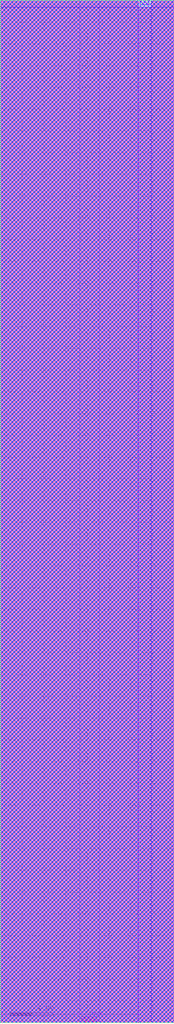
<source format=lef>
VERSION 5.8 ;
BUSBITCHARS "[]" ;
DIVIDERCHAR "/" ;

UNITS
  DATABASE MICRONS 2000 ;
END UNITS

PROPERTYDEFINITIONS
    LAYER LEF58_CORNERSPACING STRING ;
END PROPERTYDEFINITIONS

CLEARANCEMEASURE EUCLIDEAN ;
MANUFACTURINGGRID 0.0005 ;
USEMINSPACING OBS ON ;

LAYER Metal1
  TYPE ROUTING ;
  DIRECTION VERTICAL ;
  PITCH 0.10 0.10 ;
  WIDTH 0.05 ;
  MINWIDTH 0.05 ;
  AREA 0.0115 ;
  SPACINGTABLE
    PARALLELRUNLENGTH  0.0 0.22 0.47 0.63 1.50
    WIDTH 0.0         0.05 0.05 0.05 0.05 0.05
    WIDTH 0.10        0.05 0.06 0.06 0.06 0.06
    WIDTH 0.28        0.05 0.10 0.10 0.10 0.10
    WIDTH 0.47        0.05 0.10 0.13 0.13 0.13
    WIDTH 0.63        0.05 0.10 0.13 0.15 0.15
    WIDTH 1.50        0.05 0.10 0.13 0.15 0.50 ;
  SPACING 0.06 ENDOFLINE 0.06 WITHIN 0.025 ;
END Metal1

LAYER Via1
  TYPE CUT ;
  SPACING 0.075 ;
  WIDTH 0.05 ;
END Via1

LAYER Metal2
  TYPE ROUTING ;
  DIRECTION HORIZONTAL ;
  PITCH 0.10 0.10 ;
  WIDTH 0.05 ;
  MINWIDTH 0.05 ;
  AREA 0.014 ;
  SPACINGTABLE
    PARALLELRUNLENGTH  0.0 0.22 0.47 0.63 1.5
    WIDTH 0.0         0.05 0.05 0.05 0.05 0.05
    WIDTH 0.09        0.05 0.06 0.06 0.06 0.06
    WIDTH 0.16        0.05 0.10 0.10 0.10 0.10
    WIDTH 0.47        0.05 0.10 0.13 0.13 0.13
    WIDTH 0.63        0.05 0.10 0.13 0.15 0.15
    WIDTH 1.5         0.05 0.10 0.13 0.15 0.50 ;
  SPACING 0.08 ENDOFLINE 0.08 WITHIN 0.025 ;
  SPACING 0.10 ENDOFLINE 0.08 WITHIN 0.025 PARALLELEDGE 0.10 WITHIN 0.025 ;
  PROPERTY LEF58_CORNERSPACING "CORNERSPACING CONVEXCORNER EXCEPTEOL 0.08
    WIDTH 0.00 SPACING 0.10
    WIDTH 0.20 SPACING 0.20
    WIDTH 0.50 SPACING 0.30 ;" ;
END Metal2

LAYER Via2
  TYPE CUT ;
  SPACING 0.075 ;
  WIDTH 0.05 ;
  SPACING 0.155 ADJACENTCUTS 3 WITHIN 0.200 ;
END Via2

LAYER Metal3
  TYPE ROUTING ;
  DIRECTION VERTICAL ;
  PITCH 0.10 0.10 ;
  WIDTH 0.05 ;
  MINWIDTH 0.05 ;
  AREA 0.017 ;
  SPACINGTABLE
    PARALLELRUNLENGTH  0.0 0.22 0.47 0.63 1.5
    WIDTH 0.0         0.05 0.05 0.05 0.05 0.05
    WIDTH 0.09        0.05 0.06 0.06 0.06 0.06
    WIDTH 0.16        0.05 0.10 0.10 0.10 0.10
    WIDTH 0.47        0.05 0.10 0.13 0.13 0.13
    WIDTH 0.63        0.05 0.10 0.13 0.15 0.15
    WIDTH 1.5         0.05 0.10 0.13 0.15 0.50 ;
  SPACING 0.08 ENDOFLINE 0.08 WITHIN 0.025 ;
  SPACING 0.10 ENDOFLINE 0.08 WITHIN 0.025 PARALLELEDGE 0.10 WITHIN 0.025 ;
  PROPERTY LEF58_CORNERSPACING "CORNERSPACING CONVEXCORNER EXCEPTEOL 0.08
    WIDTH 0.00 SPACING 0.10
    WIDTH 0.20 SPACING 0.20
    WIDTH 0.50 SPACING 0.30 ;" ;
END Metal3

LAYER Via3
  TYPE CUT ;
  SPACING 0.075 ;
  WIDTH 0.05 ;
  SPACING 0.155 ADJACENTCUTS 3 WITHIN 0.200 ;
END Via3

LAYER Metal4
  TYPE ROUTING ;
  DIRECTION HORIZONTAL ;
  PITCH 0.10 0.10 ;
  WIDTH 0.05 ;
  MINWIDTH 0.05 ;
  AREA 0.017 ;
  SPACINGTABLE
    PARALLELRUNLENGTH  0.0 0.22 0.47 0.63 1.5
    WIDTH 0.0         0.05 0.05 0.05 0.05 0.05
    WIDTH 0.09        0.05 0.06 0.06 0.06 0.06
    WIDTH 0.16        0.05 0.10 0.10 0.10 0.10
    WIDTH 0.47        0.05 0.10 0.13 0.13 0.13
    WIDTH 0.63        0.05 0.10 0.13 0.15 0.15
    WIDTH 1.5         0.05 0.10 0.13 0.15 0.50 ;
  SPACING 0.08 ENDOFLINE 0.08 WITHIN 0.025 ;
  SPACING 0.10 ENDOFLINE 0.08 WITHIN 0.025 PARALLELEDGE 0.10 WITHIN 0.025 ;
  PROPERTY LEF58_CORNERSPACING "CORNERSPACING CONVEXCORNER EXCEPTEOL 0.08
    WIDTH 0.00 SPACING 0.10
    WIDTH 0.20 SPACING 0.20
    WIDTH 0.50 SPACING 0.30 ;" ;
END Metal4

LAYER Via4
  TYPE CUT ;
  SPACING 0.075 ;
  WIDTH 0.05 ;
  SPACING 0.155 ADJACENTCUTS 3 WITHIN 0.200 ;
END Via4

LAYER Metal5
  TYPE ROUTING ;
  DIRECTION VERTICAL ;
  PITCH 0.10 0.10 ;
  WIDTH 0.05 ;
  MINWIDTH 0.05 ;
  AREA 0.017 ;
  SPACINGTABLE
    PARALLELRUNLENGTH  0.0 0.22 0.47 0.63 1.5
    WIDTH 0.0         0.05 0.05 0.05 0.05 0.05
    WIDTH 0.09        0.05 0.06 0.06 0.06 0.06
    WIDTH 0.16        0.05 0.10 0.10 0.10 0.10
    WIDTH 0.47        0.05 0.10 0.13 0.13 0.13
    WIDTH 0.63        0.05 0.10 0.13 0.15 0.15
    WIDTH 1.5         0.05 0.10 0.13 0.15 0.50 ;
  SPACING 0.08 ENDOFLINE 0.08 WITHIN 0.025 ;
  SPACING 0.10 ENDOFLINE 0.08 WITHIN 0.025 PARALLELEDGE 0.10 WITHIN 0.025 ;
  PROPERTY LEF58_CORNERSPACING "CORNERSPACING CONVEXCORNER EXCEPTEOL 0.08
    WIDTH 0.00 SPACING 0.10
    WIDTH 0.20 SPACING 0.20
    WIDTH 0.50 SPACING 0.30 ;" ;
END Metal5

LAYER Via5
  TYPE CUT ;
  SPACING 0.075 ;
  WIDTH 0.05 ;
  SPACING 0.155 ADJACENTCUTS 3 WITHIN 0.200 ;
END Via5

LAYER Metal6
  TYPE ROUTING ;
  DIRECTION HORIZONTAL ;
  PITCH 0.15 0.15 ;
  WIDTH 0.07 ;
  MINWIDTH 0.07 ;
  AREA 0.025 ;
  SPACINGTABLE
    PARALLELRUNLENGTH  0.0 0.22 0.47 0.63 1.5
    WIDTH 0.0         0.08 0.08 0.08 0.08 0.08
    WIDTH 0.10        0.08 0.12 0.12 0.12 0.12
    WIDTH 0.16        0.08 0.12 0.15 0.15 0.15
    WIDTH 0.47        0.08 0.12 0.15 0.18 0.18
    WIDTH 0.63        0.08 0.12 0.15 0.18 0.25
    WIDTH 1.5         0.08 0.12 0.15 0.18 0.50 ;
  SPACING 0.10 ENDOFLINE 0.10 WITHIN 0.035 ;
  SPACING 0.12 ENDOFLINE 0.10 WITHIN 0.035 PARALLELEDGE 0.12 WITHIN 0.035 ;
  PROPERTY LEF58_CORNERSPACING "CORNERSPACING CONVEXCORNER EXCEPTEOL 0.08
    WIDTH 0.00 SPACING 0.10
    WIDTH 0.20 SPACING 0.20
    WIDTH 0.50 SPACING 0.30 ;" ;
END Metal6

LAYER Via6
  TYPE CUT ;
  SPACING 0.10 ;
  WIDTH 0.07 ;
  SPACING 0.20 ADJACENTCUTS 3 WITHIN 0.25 ;
END Via6

LAYER Metal7
  TYPE ROUTING ;
  DIRECTION VERTICAL ;
  PITCH 0.15 0.15 ;
  WIDTH 0.07 ;
  MINWIDTH 0.07 ;
  AREA 0.025 ;
  SPACINGTABLE
    PARALLELRUNLENGTH  0.0 0.22 0.47 0.63 1.5
    WIDTH 0.0         0.08 0.08 0.08 0.08 0.08
    WIDTH 0.10        0.08 0.12 0.12 0.12 0.12
    WIDTH 0.16        0.08 0.12 0.15 0.15 0.15
    WIDTH 0.47        0.08 0.12 0.15 0.18 0.18
    WIDTH 0.63        0.08 0.12 0.15 0.18 0.25
    WIDTH 1.5         0.08 0.12 0.15 0.18 0.50 ;
  SPACING 0.10 ENDOFLINE 0.10 WITHIN 0.035 ;
  SPACING 0.12 ENDOFLINE 0.10 WITHIN 0.035 PARALLELEDGE 0.12 WITHIN 0.035 ;
  PROPERTY LEF58_CORNERSPACING "CORNERSPACING CONVEXCORNER EXCEPTEOL 0.08
    WIDTH 0.00 SPACING 0.10
    WIDTH 0.20 SPACING 0.20
    WIDTH 0.50 SPACING 0.30 ;" ;
END Metal7

LAYER Via7
  TYPE CUT ;
  SPACING 0.10 ;
  WIDTH 0.07 ;
  SPACING 0.20 ADJACENTCUTS 3 WITHIN 0.25 ;
END Via7

LAYER Metal8
  TYPE ROUTING ;
  DIRECTION HORIZONTAL ;
  PITCH 0.2 0.2 ;
  WIDTH 0.10 ;
  MINWIDTH 0.10 ;
  AREA 0.052 ;
  SPACINGTABLE
    PARALLELRUNLENGTH 0.0 0.22 0.47 0.63 1.5
    WIDTH 0	     0.10 0.10 0.10 0.10 0.10
    WIDTH 0.2	     0.10 0.15 0.15 0.15 0.15
    WIDTH 0.4	     0.10 0.15 0.20 0.20 0.20
    WIDTH 1.5	     0.10 0.15 0.20 0.30 0.50 ;
  SPACING 0.12 ENDOFLINE 0.12 WITHIN 0.035 ;
END Metal8

LAYER Via8
  TYPE CUT ;
  SPACING 0.15 ;
  WIDTH 0.10 ;
END Via8

LAYER Metal9
  TYPE ROUTING ;
  DIRECTION VERTICAL ;
  PITCH 0.2 0.2 ;
  WIDTH 0.10 ;
  MINWIDTH 0.10 ;
  AREA 0.052 ;
  SPACINGTABLE
    PARALLELRUNLENGTH 0.0 0.22 0.47 0.63 1.5
    WIDTH 0	     0.10 0.10 0.10 0.10 0.10
    WIDTH 0.2	     0.10 0.15 0.15 0.15 0.15
    WIDTH 0.4	     0.10 0.15 0.20 0.20 0.20
    WIDTH 1.5	     0.10 0.15 0.20 0.30 0.50 ;
  SPACING 0.12 ENDOFLINE 0.12 WITHIN 0.035 ;
END Metal9

LAYER OVERLAP
  TYPE OVERLAP ;
END OVERLAP

VIA VIA12_1C DEFAULT 
    LAYER Metal1 ;
        RECT -0.025000 -0.055000 0.025000 0.055000 ;
    LAYER Via1 ;
        RECT -0.025000 -0.025000 0.025000 0.025000 ;
    LAYER Metal2 ;
        RECT -0.055000 -0.025000 0.055000 0.025000 ;
END VIA12_1C

VIA VIA12_1C_H DEFAULT 
    LAYER Metal1 ;
        RECT -0.055000 -0.025000 0.055000 0.025000 ;
    LAYER Via1 ;
        RECT -0.025000 -0.025000 0.025000 0.025000 ;
    LAYER Metal2 ;
        RECT -0.055000 -0.025000 0.055000 0.025000 ;
END VIA12_1C_H

VIA VIA12_1C_V DEFAULT 
    LAYER Metal1 ;
        RECT -0.025000 -0.055000 0.025000 0.055000 ;
    LAYER Via1 ;
        RECT -0.025000 -0.025000 0.025000 0.025000 ;
    LAYER Metal2 ;
        RECT -0.025000 -0.055000 0.025000 0.055000 ;
END VIA12_1C_V

VIA VIA12_PG
    LAYER Metal1 ;
        RECT -0.350000 -0.050000 0.350000 0.050000 ;
    LAYER Via1 ;
        RECT -0.325000 -0.025000 -0.275000 0.025000 ;
        RECT -0.175000 -0.025000 -0.125000 0.025000 ;
        RECT -0.025000 -0.025000 0.025000 0.025000 ;
        RECT 0.125000 -0.025000 0.175000 0.025000 ;
        RECT 0.275000 -0.025000 0.325000 0.025000 ;
    LAYER Metal2 ;
        RECT -0.350000 -0.050000 0.350000 0.050000 ;
END VIA12_PG

VIA VIA23_1C DEFAULT 
    LAYER Metal2 ;
        RECT -0.055000 -0.025000 0.055000 0.025000 ;
    LAYER Via2 ;
        RECT -0.025000 -0.025000 0.025000 0.025000 ;
    LAYER Metal3 ;
        RECT -0.025000 -0.055000 0.025000 0.055000 ;
END VIA23_1C

VIA VIA23_1C_H DEFAULT 
    LAYER Metal2 ;
        RECT -0.055000 -0.025000 0.055000 0.025000 ;
    LAYER Via2 ;
        RECT -0.025000 -0.025000 0.025000 0.025000 ;
    LAYER Metal3 ;
        RECT -0.055000 -0.025000 0.055000 0.025000 ;
END VIA23_1C_H

VIA VIA23_1C_V DEFAULT 
    LAYER Metal2 ;
        RECT -0.025000 -0.055000 0.025000 0.055000 ;
    LAYER Via2 ;
        RECT -0.025000 -0.025000 0.025000 0.025000 ;
    LAYER Metal3 ;
        RECT -0.025000 -0.055000 0.025000 0.055000 ;
END VIA23_1C_V

VIA VIA23_1ST_E DEFAULT 
    LAYER Metal2 ;
        RECT -0.055000 -0.025000 0.325000 0.025000 ;
    LAYER Via2 ;
        RECT -0.025000 -0.025000 0.025000 0.025000 ;
    LAYER Metal3 ;
        RECT -0.025000 -0.055000 0.025000 0.055000 ;
END VIA23_1ST_E

VIA VIA23_1ST_W DEFAULT 
    LAYER Metal2 ;
        RECT -0.325000 -0.025000 0.055000 0.025000 ;
    LAYER Via2 ;
        RECT -0.025000 -0.025000 0.025000 0.025000 ;
    LAYER Metal3 ;
        RECT -0.025000 -0.055000 0.025000 0.055000 ;
END VIA23_1ST_W

VIA VIA23_PG
    LAYER Metal2 ;
        RECT -0.350000 -0.050000 0.350000 0.050000 ;
    LAYER Via2 ;
        RECT -0.325000 -0.025000 -0.275000 0.025000 ;
        RECT -0.175000 -0.025000 -0.125000 0.025000 ;
        RECT -0.025000 -0.025000 0.025000 0.025000 ;
        RECT 0.125000 -0.025000 0.175000 0.025000 ;
        RECT 0.275000 -0.025000 0.325000 0.025000 ;
    LAYER Metal3 ;
        RECT -0.350000 -0.050000 0.350000 0.050000 ;
END VIA23_PG

VIA VIA34_1C DEFAULT 
    LAYER Metal3 ;
        RECT -0.025000 -0.055000 0.025000 0.055000 ;
    LAYER Via3 ;
        RECT -0.025000 -0.025000 0.025000 0.025000 ;
    LAYER Metal4 ;
        RECT -0.055000 -0.025000 0.055000 0.025000 ;
END VIA34_1C

VIA VIA34_1C_H DEFAULT 
    LAYER Metal3 ;
        RECT -0.055000 -0.025000 0.055000 0.025000 ;
    LAYER Via3 ;
        RECT -0.025000 -0.025000 0.025000 0.025000 ;
    LAYER Metal4 ;
        RECT -0.055000 -0.025000 0.055000 0.025000 ;
END VIA34_1C_H

VIA VIA34_1C_V DEFAULT 
    LAYER Metal3 ;
        RECT -0.025000 -0.055000 0.025000 0.055000 ;
    LAYER Via3 ;
        RECT -0.025000 -0.025000 0.025000 0.025000 ;
    LAYER Metal4 ;
        RECT -0.025000 -0.055000 0.025000 0.055000 ;
END VIA34_1C_V

VIA VIA34_1ST_N DEFAULT 
    LAYER Metal3 ;
        RECT -0.025000 -0.055000 0.025000 0.325000 ;
    LAYER Via3 ;
        RECT -0.025000 -0.025000 0.025000 0.025000 ;
    LAYER Metal4 ;
        RECT -0.055000 -0.025000 0.055000 0.025000 ;
END VIA34_1ST_N

VIA VIA34_1ST_S DEFAULT 
    LAYER Metal3 ;
        RECT -0.025000 -0.325000 0.025000 0.055000 ;
    LAYER Via3 ;
        RECT -0.025000 -0.025000 0.025000 0.025000 ;
    LAYER Metal4 ;
        RECT -0.055000 -0.025000 0.055000 0.025000 ;
END VIA34_1ST_S

VIA VIA34_PG
    LAYER Metal3 ;
        RECT -0.350000 -0.050000 0.350000 0.050000 ;
    LAYER Via3 ;
        RECT -0.325000 -0.025000 -0.275000 0.025000 ;
        RECT -0.175000 -0.025000 -0.125000 0.025000 ;
        RECT -0.025000 -0.025000 0.025000 0.025000 ;
        RECT 0.125000 -0.025000 0.175000 0.025000 ;
        RECT 0.275000 -0.025000 0.325000 0.025000 ;
    LAYER Metal4 ;
        RECT -0.350000 -0.050000 0.350000 0.050000 ;
END VIA34_PG

VIA VIA45_1C DEFAULT 
    LAYER Metal4 ;
        RECT -0.055000 -0.025000 0.055000 0.025000 ;
    LAYER Via4 ;
        RECT -0.025000 -0.025000 0.025000 0.025000 ;
    LAYER Metal5 ;
        RECT -0.025000 -0.055000 0.025000 0.055000 ;
END VIA45_1C

VIA VIA45_PG
    LAYER Metal4 ;
        RECT -0.200000 -0.050000 0.200000 0.050000 ;
    LAYER Via4 ;
        RECT -0.175000 -0.025000 -0.125000 0.025000 ;
        RECT -0.025000 -0.025000 0.025000 0.025000 ;
        RECT 0.125000 -0.025000 0.175000 0.025000 ;
    LAYER Metal5 ;
        RECT -0.200000 -0.050000 0.200000 0.050000 ;
END VIA45_PG

VIA VIA5_0_VH DEFAULT 
    LAYER Metal5 ;
        RECT -0.035000 -0.065000 0.035000 0.065000 ;
    LAYER Via5 ;
        RECT -0.025000 -0.025000 0.025000 0.025000 ;
    LAYER Metal6 ;
        RECT -0.065000 -0.035000 0.065000 0.035000 ;
END VIA5_0_VH

VIA VIA56_PG
    LAYER Metal5 ;
        RECT -0.150000 -0.150000 0.150000 0.150000 ;
    LAYER Via5 ;
        RECT -0.150000 -0.150000 -0.100000 -0.100000 ;
        RECT -0.150000 0.100000 -0.100000 0.150000 ;
        RECT 0.100000 0.100000 0.150000 0.150000 ;
        RECT 0.100000 -0.150000 0.150000 -0.100000 ;
    LAYER Metal6 ;
        RECT -0.150000 -0.150000 0.150000 0.150000 ;
END VIA56_PG

VIA VIA6_0_HV DEFAULT 
    LAYER Metal6 ;
        RECT -0.065000 -0.035000 0.065000 0.035000 ;
    LAYER Via6 ;
        RECT -0.035000 -0.035000 0.035000 0.035000 ;
    LAYER Metal7 ;
        RECT -0.035000 -0.065000 0.035000 0.065000 ;
END VIA6_0_HV

VIA VIA67_PG
    LAYER Metal6 ;
        RECT -0.170000 -0.170000 0.170000 0.170000 ;
    LAYER Via6 ;
        RECT -0.170000 -0.170000 -0.100000 -0.100000 ;
        RECT -0.170000 0.100000 -0.100000 0.170000 ;
        RECT 0.100000 0.100000 0.170000 0.170000 ;
        RECT 0.100000 -0.170000 0.170000 -0.100000 ;
    LAYER Metal7 ;
        RECT -0.170000 -0.170000 0.170000 0.170000 ;
END VIA67_PG

VIA VIA7_0_VH DEFAULT 
    LAYER Metal7 ;
        RECT -0.050000 -0.260000 0.050000 0.260000 ;
    LAYER Via7 ;
        RECT -0.050000 -0.050000 0.050000 0.050000 ;
    LAYER Metal8 ;
        RECT -0.260000 -0.050000 0.260000 0.050000 ;
END VIA7_0_VH

VIA VIA78_PG
    LAYER Metal7 ;
        RECT -0.170000 -0.170000 0.170000 0.170000 ;
    LAYER Via7 ;
        RECT -0.170000 -0.170000 -0.100000 -0.100000 ;
        RECT -0.170000 0.100000 -0.100000 0.170000 ;
        RECT 0.100000 0.100000 0.170000 0.170000 ;
        RECT 0.100000 -0.170000 0.170000 -0.100000 ;
    LAYER Metal8 ;
        RECT -0.170000 -0.170000 0.170000 0.170000 ;
END VIA78_PG

VIA VIA8_0_HV DEFAULT 
    LAYER Metal8 ;
        RECT -0.260000 -0.050000 0.260000 0.050000 ;
    LAYER Via8 ;
        RECT -0.050000 -0.050000 0.050000 0.050000 ;
    LAYER Metal9 ;
        RECT -0.050000 -0.260000 0.050000 0.260000 ;
END VIA8_0_HV

VIA VIA12_2C_W DEFAULT
    LAYER Metal1 ;
	RECT -0.150000 -0.055000 0.025000 0.055000 ;
    LAYER Via1 ;
	RECT -0.025000 -0.025000 0.025000 0.025000 ;
	RECT -0.150000 -0.025000 -0.100000 0.025000 ;
    LAYER Metal2 ;
	RECT -0.180000 -0.025000 0.055000 0.025000 ;
END VIA12_2C_W

VIA VIA12_2C_CH DEFAULT
    LAYER Metal1 ;
	RECT -0.087500 -0.055000 0.087500 0.055000 ;
    LAYER Via1 ;
	RECT 0.037500 -0.025000 0.087500 0.025000 ;
	RECT -0.087500 -0.025000 -0.037500 0.025000 ;
    LAYER Metal2 ;
	RECT -0.117500 -0.025000 0.117500 0.025000 ;
END VIA12_2C_CH

VIA VIA12_2C_E DEFAULT
    LAYER Metal1 ;
	RECT -0.025000 -0.055000 0.150000 0.055000 ;
    LAYER Via1 ;
	RECT 0.100000 -0.025000 0.150000 0.025000 ;
	RECT -0.025000 -0.025000 0.025000 0.025000 ;
    LAYER Metal2 ;
	RECT -0.055000 -0.025000 0.180000 0.025000 ;
END VIA12_2C_E

VIA VIA12_2C_S DEFAULT
    LAYER Metal1 ;
	RECT -0.025000 -0.180000 0.025000 0.055000 ;
    LAYER Via1 ;
	RECT -0.025000 -0.025000 0.025000 0.025000 ;
	RECT -0.025000 -0.150000 0.025000 -0.100000 ;
    LAYER Metal2 ;
	RECT -0.055000 -0.150000 0.055000 0.025000 ;
END VIA12_2C_S

VIA VIA12_2C_CV DEFAULT
    LAYER Metal1 ;
	RECT -0.025000 -0.117500 0.025000 0.117500 ;
    LAYER Via1 ;
	RECT -0.025000 0.037500 0.025000 0.087500 ;
	RECT -0.025000 -0.087500 0.025000 -0.037500 ;
    LAYER Metal2 ;
	RECT -0.055000 -0.087500 0.055000 0.087500 ;
END VIA12_2C_CV

VIA VIA12_2C_N DEFAULT
    LAYER Metal1 ;
	RECT -0.025000 -0.055000 0.025000 0.180000 ;
    LAYER Via1 ;
	RECT -0.025000 0.100000 0.025000 0.150000 ;
	RECT -0.025000 -0.025000 0.025000 0.025000 ;
    LAYER Metal2 ;
	RECT -0.055000 -0.025000 0.055000 0.150000 ;
END VIA12_2C_N

VIA VIA23_2C_W DEFAULT
    LAYER Metal2 ;
	RECT -0.180000 -0.025000 0.055000 0.025000 ;
    LAYER Via2 ;
	RECT -0.025000 -0.025000 0.025000 0.025000 ;
	RECT -0.150000 -0.025000 -0.100000 0.025000 ;
    LAYER Metal3 ;
	RECT -0.150000 -0.055000 0.025000 0.055000 ;
END VIA23_2C_W

VIA VIA23_2C_CH DEFAULT
    LAYER Metal2 ;
	RECT -0.117500 -0.025000 0.117500 0.025000 ;
    LAYER Via2 ;
	RECT 0.037500 -0.025000 0.087500 0.025000 ;
	RECT -0.087500 -0.025000 -0.037500 0.025000 ;
    LAYER Metal3 ;
	RECT -0.087500 -0.055000 0.087500 0.055000 ;
END VIA23_2C_CH

VIA VIA23_2C_E DEFAULT
    LAYER Metal2 ;
	RECT -0.055000 -0.025000 0.180000 0.025000 ;
    LAYER Via2 ;
	RECT 0.100000 -0.025000 0.150000 0.025000 ;
	RECT -0.025000 -0.025000 0.025000 0.025000 ;
    LAYER Metal3 ;
	RECT -0.025000 -0.055000 0.150000 0.055000 ;
END VIA23_2C_E

VIA VIA23_2C_S DEFAULT
    LAYER Metal2 ;
	RECT -0.055000 -0.150000 0.055000 0.025000 ;
    LAYER Via2 ;
	RECT -0.025000 -0.025000 0.025000 0.025000 ;
	RECT -0.025000 -0.150000 0.025000 -0.100000 ;
    LAYER Metal3 ;
	RECT -0.025000 -0.180000 0.025000 0.055000 ;
END VIA23_2C_S

VIA VIA23_2C_CV DEFAULT
    LAYER Metal2 ;
	RECT -0.055000 -0.087500 0.055000 0.087500 ;
    LAYER Via2 ;
	RECT -0.025000 0.037500 0.025000 0.087500 ;
	RECT -0.025000 -0.087500 0.025000 -0.037500 ;
    LAYER Metal3 ;
	RECT -0.025000 -0.117500 0.025000 0.117500 ;
END VIA23_2C_CV

VIA VIA23_2C_N DEFAULT
    LAYER Metal2 ;
	RECT -0.055000 -0.025000 0.055000 0.150000 ;
    LAYER Via2 ;
	RECT -0.025000 0.100000 0.025000 0.150000 ;
	RECT -0.025000 -0.025000 0.025000 0.025000 ;
    LAYER Metal3 ;
	RECT -0.025000 -0.055000 0.025000 0.180000 ;
END VIA23_2C_N

VIA VIA34_2C_W DEFAULT
    LAYER Metal3 ;
	RECT -0.150000 -0.055000 0.025000 0.055000 ;
    LAYER Via3 ;
	RECT -0.025000 -0.025000 0.025000 0.025000 ;
	RECT -0.150000 -0.025000 -0.100000 0.025000 ;
    LAYER Metal4 ;
	RECT -0.180000 -0.025000 0.055000 0.025000 ;
END VIA34_2C_W

VIA VIA34_2C_CH DEFAULT
    LAYER Metal3 ;
	RECT -0.087500 -0.055000 0.087500 0.055000 ;
    LAYER Via3 ;
	RECT 0.037500 -0.025000 0.087500 0.025000 ;
	RECT -0.087500 -0.025000 -0.037500 0.025000 ;
    LAYER Metal4 ;
	RECT -0.117500 -0.025000 0.117500 0.025000 ;
END VIA34_2C_CH

VIA VIA34_2C_E DEFAULT
    LAYER Metal3 ;
	RECT -0.025000 -0.055000 0.150000 0.055000 ;
    LAYER Via3 ;
	RECT 0.100000 -0.025000 0.150000 0.025000 ;
	RECT -0.025000 -0.025000 0.025000 0.025000 ;
    LAYER Metal4 ;
	RECT -0.055000 -0.025000 0.180000 0.025000 ;
END VIA34_2C_E

VIA VIA34_2C_S DEFAULT
    LAYER Metal3 ;
	RECT -0.025000 -0.180000 0.025000 0.055000 ;
    LAYER Via3 ;
	RECT -0.025000 -0.025000 0.025000 0.025000 ;
	RECT -0.025000 -0.150000 0.025000 -0.100000 ;
    LAYER Metal4 ;
	RECT -0.055000 -0.150000 0.055000 0.025000 ;
END VIA34_2C_S

VIA VIA34_2C_CV DEFAULT
    LAYER Metal3 ;
	RECT -0.025000 -0.117500 0.025000 0.117500 ;
    LAYER Via3 ;
	RECT -0.025000 0.037500 0.025000 0.087500 ;
	RECT -0.025000 -0.087500 0.025000 -0.037500 ;
    LAYER Metal4 ;
	RECT -0.055000 -0.087500 0.055000 0.087500 ;
END VIA34_2C_CV

VIA VIA34_2C_N DEFAULT
    LAYER Metal3 ;
	RECT -0.025000 -0.055000 0.025000 0.180000 ;
    LAYER Via3 ;
	RECT -0.025000 0.100000 0.025000 0.150000 ;
	RECT -0.025000 -0.025000 0.025000 0.025000 ;
    LAYER Metal4 ;
	RECT -0.055000 -0.025000 0.055000 0.150000 ;
END VIA34_2C_N

VIA VIA45_2C_W DEFAULT
    LAYER Metal4 ;
	RECT -0.180000 -0.025000 0.055000 0.025000 ;
    LAYER Via4 ;
	RECT -0.025000 -0.025000 0.025000 0.025000 ;
	RECT -0.150000 -0.025000 -0.100000 0.025000 ;
    LAYER Metal5 ;
	RECT -0.150000 -0.055000 0.025000 0.055000 ;
END VIA45_2C_W

VIA VIA45_2C_CH DEFAULT
    LAYER Metal4 ;
	RECT -0.117500 -0.025000 0.117500 0.025000 ;
    LAYER Via4 ;
	RECT 0.037500 -0.025000 0.087500 0.025000 ;
	RECT -0.087500 -0.025000 -0.037500 0.025000 ;
    LAYER Metal5 ;
	RECT -0.087500 -0.055000 0.087500 0.055000 ;
END VIA45_2C_CH

VIA VIA45_2C_E DEFAULT
    LAYER Metal4 ;
	RECT -0.055000 -0.025000 0.180000 0.025000 ;
    LAYER Via4 ;
	RECT 0.100000 -0.025000 0.150000 0.025000 ;
	RECT -0.025000 -0.025000 0.025000 0.025000 ;
    LAYER Metal5 ;
	RECT -0.025000 -0.055000 0.150000 0.055000 ;
END VIA45_2C_E

VIA VIA45_2C_S DEFAULT
    LAYER Metal4 ;
	RECT -0.055000 -0.150000 0.055000 0.025000 ;
    LAYER Via4 ;
	RECT -0.025000 -0.025000 0.025000 0.025000 ;
	RECT -0.025000 -0.150000 0.025000 -0.100000 ;
    LAYER Metal5 ;
	RECT -0.025000 -0.180000 0.025000 0.055000 ;
END VIA45_2C_S

VIA VIA45_2C_CV DEFAULT
    LAYER Metal4 ;
	RECT -0.055000 -0.087500 0.055000 0.087500 ;
    LAYER Via4 ;
	RECT -0.025000 0.037500 0.025000 0.087500 ;
	RECT -0.025000 -0.087500 0.025000 -0.037500 ;
    LAYER Metal5 ;
	RECT -0.025000 -0.117500 0.025000 0.117500 ;
END VIA45_2C_CV

VIA VIA45_2C_N DEFAULT
    LAYER Metal4 ;
	RECT -0.055000 -0.025000 0.055000 0.150000 ;
    LAYER Via4 ;
	RECT -0.025000 0.100000 0.025000 0.150000 ;
	RECT -0.025000 -0.025000 0.025000 0.025000 ;
    LAYER Metal5 ;
	RECT -0.025000 -0.055000 0.025000 0.180000 ;
END VIA45_2C_N

VIA VIA56_2C_W DEFAULT
    LAYER Metal5 ;
	RECT -0.150000 -0.055000 0.025000 0.055000 ;
    LAYER Via5 ;
	RECT -0.025000 -0.025000 0.025000 0.025000 ;
	RECT -0.150000 -0.025000 -0.100000 0.025000 ;
    LAYER Metal6 ;
	RECT -0.180000 -0.025000 0.055000 0.025000 ;
END VIA56_2C_W

VIA VIA56_2C_CH DEFAULT
    LAYER Metal5 ;
	RECT -0.087500 -0.055000 0.087500 0.055000 ;
    LAYER Via5 ;
	RECT 0.037500 -0.025000 0.087500 0.025000 ;
	RECT -0.087500 -0.025000 -0.037500 0.025000 ;
    LAYER Metal6 ;
	RECT -0.117500 -0.025000 0.117500 0.025000 ;
END VIA56_2C_CH

VIA VIA56_2C_E DEFAULT
    LAYER Metal5 ;
	RECT -0.025000 -0.055000 0.150000 0.055000 ;
    LAYER Via5 ;
	RECT 0.100000 -0.025000 0.150000 0.025000 ;
	RECT -0.025000 -0.025000 0.025000 0.025000 ;
    LAYER Metal6 ;
	RECT -0.055000 -0.025000 0.180000 0.025000 ;
END VIA56_2C_E

VIA VIA56_2C_S DEFAULT
    LAYER Metal5 ;
	RECT -0.025000 -0.180000 0.025000 0.055000 ;
    LAYER Via5 ;
	RECT -0.025000 -0.025000 0.025000 0.025000 ;
	RECT -0.025000 -0.150000 0.025000 -0.100000 ;
    LAYER Metal6 ;
	RECT -0.055000 -0.150000 0.055000 0.025000 ;
END VIA56_2C_S

VIA VIA56_2C_CV DEFAULT
    LAYER Metal5 ;
	RECT -0.025000 -0.117500 0.025000 0.117500 ;
    LAYER Via5 ;
	RECT -0.025000 0.037500 0.025000 0.087500 ;
	RECT -0.025000 -0.087500 0.025000 -0.037500 ;
    LAYER Metal6 ;
	RECT -0.055000 -0.087500 0.055000 0.087500 ;
END VIA56_2C_CV

VIA VIA56_2C_N DEFAULT
    LAYER Metal5 ;
	RECT -0.025000 -0.055000 0.025000 0.180000 ;
    LAYER Via5 ;
	RECT -0.025000 0.100000 0.025000 0.150000 ;
	RECT -0.025000 -0.025000 0.025000 0.025000 ;
    LAYER Metal6 ;
	RECT -0.055000 -0.025000 0.055000 0.150000 ;
END VIA56_2C_N

VIA VIA67_2C_W DEFAULT
    LAYER Metal6 ;
	RECT -0.235000 -0.035000 0.065000 0.035000 ;
    LAYER Via6 ;
	RECT -0.035000 -0.035000 0.035000 0.035000 ;
	RECT -0.205000 -0.035000 -0.135000 0.035000 ;
    LAYER Metal7 ;
	RECT -0.205000 -0.065000 0.035000 0.065000 ;
END VIA67_2C_W

VIA VIA67_2C_CH DEFAULT
    LAYER Metal6 ;
	RECT -0.150000 -0.035000 0.150000 0.035000 ;
    LAYER Via6 ;
	RECT 0.050000 -0.035000 0.120000 0.035000 ;
	RECT -0.120000 -0.035000 -0.050000 0.035000 ;
    LAYER Metal7 ;
	RECT -0.120000 -0.065000 0.120000 0.065000 ;
END VIA67_2C_CH

VIA VIA67_2C_E DEFAULT
    LAYER Metal6 ;
	RECT -0.065000 -0.035000 0.235000 0.035000 ;
    LAYER Via6 ;
	RECT 0.135000 -0.035000 0.205000 0.035000 ;
	RECT -0.035000 -0.035000 0.035000 0.035000 ;
    LAYER Metal7 ;
	RECT -0.035000 -0.065000 0.205000 0.065000 ;
END VIA67_2C_E

VIA VIA67_2C_S DEFAULT
    LAYER Metal6 ;
	RECT -0.065000 -0.205000 0.065000 0.035000 ;
    LAYER Via6 ;
	RECT -0.035000 -0.035000 0.035000 0.035000 ;
	RECT -0.035000 -0.205000 0.035000 -0.135000 ;
    LAYER Metal7 ;
	RECT -0.035000 -0.235000 0.035000 0.065000 ;
END VIA67_2C_S

VIA VIA67_2C_CV DEFAULT
    LAYER Metal6 ;
	RECT -0.065000 -0.120000 0.065000 0.120000 ;
    LAYER Via6 ;
	RECT -0.035000 0.050000 0.035000 0.120000 ;
	RECT -0.035000 -0.120000 0.035000 -0.050000 ;
    LAYER Metal7 ;
	RECT -0.035000 -0.150000 0.035000 0.150000 ;
END VIA67_2C_CV

VIA VIA67_2C_N DEFAULT
    LAYER Metal6 ;
	RECT -0.065000 -0.035000 0.065000 0.205000 ;
    LAYER Via6 ;
	RECT -0.035000 0.135000 0.035000 0.205000 ;
	RECT -0.035000 -0.035000 0.035000 0.035000 ;
    LAYER Metal7 ;
	RECT -0.035000 -0.065000 0.035000 0.235000 ;
END VIA67_2C_N

VIA VIA78_2C_W DEFAULT
    LAYER Metal7 ;
	RECT -0.205000 -0.065000 0.035000 0.065000 ;
    LAYER Via7 ;
	RECT -0.035000 -0.035000 0.035000 0.035000 ;
	RECT -0.205000 -0.035000 -0.135000 0.035000 ;
    LAYER Metal8 ;
	RECT -0.235000 -0.035000 0.065000 0.035000 ;
END VIA78_2C_W

VIA VIA78_2C_CH DEFAULT
    LAYER Metal7 ;
	RECT -0.120000 -0.065000 0.120000 0.065000 ;
    LAYER Via7 ;
	RECT 0.050000 -0.035000 0.120000 0.035000 ;
	RECT -0.120000 -0.035000 -0.050000 0.035000 ;
    LAYER Metal8 ;
	RECT -0.150000 -0.035000 0.150000 0.035000 ;
END VIA78_2C_CH

VIA VIA78_2C_E DEFAULT
    LAYER Metal7 ;
	RECT -0.035000 -0.065000 0.205000 0.065000 ;
    LAYER Via7 ;
	RECT 0.135000 -0.035000 0.205000 0.035000 ;
	RECT -0.035000 -0.035000 0.035000 0.035000 ;
    LAYER Metal8 ;
	RECT -0.065000 -0.035000 0.235000 0.035000 ;
END VIA78_2C_E

VIA VIA78_2C_S DEFAULT
    LAYER Metal7 ;
	RECT -0.035000 -0.235000 0.035000 0.065000 ;
    LAYER Via7 ;
	RECT -0.035000 -0.035000 0.035000 0.035000 ;
	RECT -0.035000 -0.205000 0.035000 -0.135000 ;
    LAYER Metal8 ;
	RECT -0.065000 -0.205000 0.065000 0.035000 ;
END VIA78_2C_S

VIA VIA78_2C_CV DEFAULT
    LAYER Metal7 ;
	RECT -0.035000 -0.150000 0.035000 0.150000 ;
    LAYER Via7 ;
	RECT -0.035000 0.050000 0.035000 0.120000 ;
	RECT -0.035000 -0.120000 0.035000 -0.050000 ;
    LAYER Metal8 ;
	RECT -0.065000 -0.120000 0.065000 0.120000 ;
END VIA78_2C_CV

VIA VIA78_2C_N DEFAULT
    LAYER Metal7 ;
	RECT -0.035000 -0.065000 0.035000 0.235000 ;
    LAYER Via7 ;
	RECT -0.035000 0.135000 0.035000 0.205000 ;
	RECT -0.035000 -0.035000 0.035000 0.035000 ;
    LAYER Metal8 ;
	RECT -0.065000 -0.035000 0.065000 0.205000 ;
END VIA78_2C_N

VIARULE M4_M3 GENERATE DEFAULT
  LAYER Metal3 ;
    ENCLOSURE 0.005 0.03 ;
  LAYER Via3 ;
    RECT -0.025 -0.025 0.025 0.025 ;
    SPACING 0.11 BY 0.11 ;
  LAYER Metal4 ;
    ENCLOSURE 0.005 0.03 ;
END M4_M3

VIARULE M5_M4 GENERATE DEFAULT
  LAYER Metal4 ;
    ENCLOSURE 0.005 0.03 ;
  LAYER Via4 ;
    RECT -0.025 -0.025 0.025 0.025 ;
    SPACING 0.11 BY 0.11 ;
  LAYER Metal5 ;
    ENCLOSURE 0.005 0.03 ;
END M5_M4

VIARULE M6_M5 GENERATE DEFAULT
  LAYER Metal5 ;
    ENCLOSURE 0.005 0.03 ;
  LAYER Via5 ;
    RECT -0.025 -0.025 0.025 0.025 ;
    SPACING 0.11 BY 0.11 ;
  LAYER Metal6 ;
    ENCLOSURE 0.005 0.03 ;
END M6_M5

VIARULE M7_M6 GENERATE DEFAULT
  LAYER Metal6 ;
    ENCLOSURE 0.005 0.03 ;
  LAYER Via6 ;
    RECT -0.035 -0.035 0.035 0.035 ;
    SPACING 0.15 BY 0.15 ;
  LAYER Metal7 ;
    ENCLOSURE 0.005 0.03 ;
END M7_M6

VIARULE M8_M7 GENERATE DEFAULT
  LAYER Metal7 ;
    ENCLOSURE 0.005 0.03 ;
  LAYER Via7 ;
    RECT -0.035 -0.035 0.035 0.035 ;
    SPACING 0.15 BY 0.15 ;
  LAYER Metal8 ;
    ENCLOSURE 0.005 0.03 ;
END M8_M7

SITE CoreSite
  CLASS CORE ;
  SIZE 0.1 BY 1.2 ;
END CoreSite

SITE pad
    SYMMETRY x y r90 ;
    CLASS pad ;
    SIZE 0.010 BY 23.5000 ;
END pad 

SITE corner
    SYMMETRY x y r90 ;
    CLASS pad ;
    SIZE 23.5000 BY 23.5000 ;
END corner


MACRO XNOR2X1
    CLASS CORE ;
    FOREIGN XNOR2X1 0.000000 0.000000 ;
    ORIGIN 0.000000 0.000000 ;
    SIZE 1.400000 BY 1.200000 ;
    SYMMETRY X Y ;
    SITE CoreSite ; 
    PIN A
        DIRECTION INPUT ;
        USE SIGNAL ;
        PORT
        LAYER Metal1 ;
        RECT 0.440000 0.557000 0.542000 0.638000 ;
        RECT 0.440000 0.439000 0.501000 0.638000 ;
        RECT 0.162000 0.388000 0.223000 0.496000 ;
        RECT 0.407000 0.439000 0.501000 0.496000 ;
        RECT 0.162000 0.439000 0.232000 0.496000 ;
        RECT 0.162000 0.442000 0.501000 0.496000 ;
        END
    END A
    PIN B
        DIRECTION INPUT ;
        USE SIGNAL ;
        PORT
        LAYER Metal1 ;
        RECT 0.289000 0.555000 0.379000 0.636000 ;
        RECT 0.289000 0.555000 0.350000 0.761000 ;
        RECT 0.232000 0.706000 0.350000 0.761000 ;
        END
    END B
    PIN VDD
        DIRECTION INOUT ;
        SHAPE ABUTMENT ;
        USE POWER ;
        PORT
        LAYER Metal1 ;
        RECT 0.000000 1.120000 1.400000 1.280000 ;
        RECT 1.114000 1.078000 1.204000 1.280000 ;
        RECT 0.228000 1.078000 0.318000 1.280000 ;
        END
    END VDD
    PIN VSS
        DIRECTION INOUT ;
        SHAPE ABUTMENT ;
        USE GROUND ;
        PORT
        LAYER Metal1 ;
        RECT 0.000000 -0.080000 1.400000 0.080000 ;
        RECT 1.114000 -0.080000 1.204000 0.122000 ;
        RECT 0.235000 -0.080000 0.325000 0.122000 ;
        END
    END VSS
    PIN Y
        DIRECTION OUTPUT ;
        USE SIGNAL ;
        PORT
        LAYER Metal1 ;
        RECT 1.262000 0.707000 1.352000 0.788000 ;
        RECT 1.262000 0.279000 1.352000 0.360000 ;
        RECT 1.282000 0.573000 1.352000 0.788000 ;
        RECT 1.291000 0.279000 1.352000 0.788000 ;
        END
    END Y
    OBS
        LAYER Metal1 ;
        RECT 0.040000 0.192000 0.138000 0.326000 ;
        RECT 0.040000 0.810000 0.138000 0.901000 ;
        RECT 0.973000 0.886000 1.063000 0.974000 ;
        RECT 1.140000 0.426000 1.229000 0.507000 ;
        RECT 0.927000 0.295000 1.035000 0.376000 ;
        RECT 0.774000 0.158000 0.864000 0.239000 ;
        RECT 0.477000 0.745000 0.664000 0.826000 ;
        RECT 0.477000 0.295000 0.567000 0.376000 ;
        RECT 1.140000 0.426000 1.201000 0.831000 ;
        RECT 0.974000 0.295000 1.035000 0.720000 ;
        RECT 0.725000 0.295000 0.786000 0.831000 ;
        RECT 0.603000 0.321000 0.664000 0.940000 ;
        RECT 0.455000 0.902000 0.516000 1.050000 ;
        RECT 0.386000 0.185000 0.447000 0.246000 ;
        RECT 0.077000 0.810000 0.138000 0.957000 ;
        RECT 0.040000 0.192000 0.101000 0.901000 ;
        RECT 0.912000 0.665000 1.035000 0.720000 ;
        RECT 0.725000 0.776000 1.201000 0.831000 ;
        RECT 0.477000 0.321000 0.664000 0.376000 ;
        RECT 0.455000 0.995000 0.719000 1.050000 ;
        RECT 0.077000 0.902000 0.516000 0.957000 ;
        RECT 0.603000 0.886000 1.063000 0.940000 ;
        RECT 0.386000 0.185000 0.864000 0.239000 ;
        RECT 0.040000 0.192000 0.447000 0.246000 ;
        RECT 0.077000 0.192000 0.101000 0.957000 ;
    END
END XNOR2X1

MACRO SDFFSHQX2
    CLASS CORE ;
    FOREIGN SDFFSHQX2 0.000000 0.000000 ;
    ORIGIN 0.000000 0.000000 ;
    SIZE 4.900000 BY 1.200000 ;
    SYMMETRY X Y ;
    SITE CoreSite ; 
    PIN CK
        DIRECTION INPUT ;
        USE CLOCK ;
        PORT
        LAYER Metal1 ;
        RECT 0.050000 0.906000 0.179000 1.008000 ;
        RECT 0.057000 0.906000 0.126000 1.027000 ;
        END
    END CK
    PIN D
        DIRECTION INPUT ;
        USE SIGNAL ;
        PORT
        LAYER Metal1 ;
        RECT 0.945000 0.435000 1.057000 0.557000 ;
        RECT 0.932000 0.439000 1.057000 0.494000 ;
        END
    END D
    PIN Q
        DIRECTION OUTPUT ;
        USE SIGNAL ;
        PORT
        LAYER Metal1 ;
        RECT 4.257000 0.679000 4.343000 0.761000 ;
        RECT 4.378000 0.281000 4.468000 0.362000 ;
        RECT 4.257000 0.679000 4.432000 0.760000 ;
        RECT 4.522000 0.307000 4.583000 0.733000 ;
        RECT 4.493000 0.307000 4.583000 0.367000 ;
        RECT 4.378000 0.307000 4.583000 0.362000 ;
        RECT 4.257000 0.679000 4.583000 0.733000 ;
        END
    END Q
    PIN SE
        DIRECTION INPUT ;
        USE SIGNAL ;
        PORT
        LAYER Metal1 ;
        RECT 0.337000 0.485000 0.427000 0.565000 ;
        RECT 0.285000 0.485000 0.427000 0.552000 ;
        RECT 0.285000 0.444000 0.346000 0.552000 ;
        RECT 0.232000 0.439000 0.293000 0.499000 ;
        RECT 0.232000 0.444000 0.346000 0.499000 ;
        RECT 0.337000 0.444000 0.346000 0.565000 ;
        RECT 0.285000 0.439000 0.293000 0.552000 ;
        END
    END SE
    PIN SI
        DIRECTION INPUT ;
        USE SIGNAL ;
        PORT
        LAYER Metal1 ;
        RECT 0.693000 0.548000 0.831000 0.657000 ;
        END
    END SI
    PIN SN
        DIRECTION INPUT ;
        USE SIGNAL ;
        PORT
        LAYER Metal1 ;
        RECT 2.477000 0.870000 2.588000 0.973000 ;
        RECT 3.998000 0.518000 4.089000 0.599000 ;
        RECT 1.701000 0.581000 1.791000 0.662000 ;
        RECT 2.837000 0.870000 2.917000 0.973000 ;
        RECT 1.716000 0.573000 1.791000 0.662000 ;
        RECT 1.716000 0.573000 2.043000 0.639000 ;
        RECT 4.652000 0.502000 4.713000 0.894000 ;
        RECT 4.010000 0.518000 4.071000 0.894000 ;
        RECT 3.930000 0.839000 3.991000 1.025000 ;
        RECT 2.856000 0.870000 2.917000 1.025000 ;
        RECT 2.003000 0.585000 2.064000 1.039000 ;
        RECT 2.477000 0.870000 2.537000 1.039000 ;
        RECT 1.701000 0.581000 2.043000 0.639000 ;
        RECT 3.930000 0.839000 4.713000 0.894000 ;
        RECT 2.856000 0.970000 3.991000 1.025000 ;
        RECT 2.477000 0.870000 2.917000 0.925000 ;
        RECT 2.003000 0.985000 2.537000 1.039000 ;
        RECT 1.701000 0.585000 2.064000 0.639000 ;
        RECT 2.003000 0.573000 2.043000 1.039000 ;
        END
    END SN
    PIN VDD
        DIRECTION INOUT ;
        SHAPE ABUTMENT ;
        USE POWER ;
        PORT
        LAYER Metal1 ;
        RECT 1.727000 1.001000 1.942000 1.280000 ;
        RECT 0.000000 1.120000 4.900000 1.280000 ;
        RECT 4.459000 0.988000 4.549000 1.280000 ;
        RECT 4.061000 0.976000 4.151000 1.280000 ;
        RECT 2.665000 0.996000 2.755000 1.280000 ;
        RECT 0.805000 1.001000 0.895000 1.280000 ;
        RECT 0.199000 1.078000 0.289000 1.280000 ;
        END
    END VDD
    PIN VSS
        DIRECTION INOUT ;
        SHAPE ABUTMENT ;
        USE GROUND ;
        PORT
        LAYER Metal1 ;
        RECT 0.000000 -0.080000 4.900000 0.080000 ;
        RECT 0.742000 -0.080000 0.833000 0.122000 ;
        RECT 4.717000 -0.080000 4.807000 0.345000 ;
        RECT 3.740000 -0.080000 3.830000 0.122000 ;
        RECT 2.807000 -0.080000 2.897000 0.303000 ;
        RECT 1.635000 -0.080000 1.725000 0.214000 ;
        RECT 0.196000 -0.080000 0.286000 0.122000 ;
        RECT 2.439000 -0.080000 2.500000 0.311000 ;
        END
    END VSS
    OBS
        LAYER Metal1 ;
        RECT 3.374000 0.206000 3.477000 0.381000 ;
        RECT 3.183000 0.305000 3.273000 0.435000 ;
        RECT 2.001000 0.337000 2.091000 0.449000 ;
        RECT 3.731000 0.824000 3.821000 0.905000 ;
        RECT 3.712000 0.348000 3.802000 0.429000 ;
        RECT 3.655000 0.657000 3.745000 0.738000 ;
        RECT 3.633000 0.490000 3.723000 0.571000 ;
        RECT 2.992000 0.244000 3.082000 0.325000 ;
        RECT 2.866000 0.733000 2.956000 0.814000 ;
        RECT 2.616000 0.265000 2.706000 0.346000 ;
        RECT 2.475000 0.733000 2.565000 0.814000 ;
        RECT 2.160000 0.848000 2.250000 0.929000 ;
        RECT 1.937000 0.171000 2.027000 0.252000 ;
        RECT 1.808000 0.779000 1.898000 0.860000 ;
        RECT 1.522000 0.517000 1.612000 0.598000 ;
        RECT 1.399000 0.930000 1.489000 1.011000 ;
        RECT 1.157000 0.442000 1.248000 0.523000 ;
        RECT 0.408000 0.343000 0.593000 0.424000 ;
        RECT 0.382000 0.150000 0.472000 0.231000 ;
        RECT 0.048000 0.746000 0.138000 0.827000 ;
        RECT 0.048000 0.323000 0.138000 0.404000 ;
        RECT 2.305000 0.835000 2.414000 0.915000 ;
        RECT 3.633000 0.490000 3.788000 0.561000 ;
        RECT 3.731000 0.824000 3.869000 0.892000 ;
        RECT 0.038000 0.746000 0.138000 0.814000 ;
        RECT 2.160000 0.848000 2.414000 0.915000 ;
        RECT 0.526000 0.315000 0.593000 0.424000 ;
        RECT 4.152000 0.206000 4.213000 0.554000 ;
        RECT 3.808000 0.506000 3.869000 0.892000 ;
        RECT 3.727000 0.348000 3.788000 0.561000 ;
        RECT 3.416000 0.206000 3.477000 0.915000 ;
        RECT 3.374000 0.189000 3.435000 0.381000 ;
        RECT 3.226000 0.380000 3.287000 0.801000 ;
        RECT 3.021000 0.189000 3.082000 0.325000 ;
        RECT 2.645000 0.265000 2.706000 0.435000 ;
        RECT 2.353000 0.417000 2.414000 0.915000 ;
        RECT 2.254000 0.336000 2.315000 0.471000 ;
        RECT 2.227000 0.161000 2.288000 0.390000 ;
        RECT 2.225000 0.533000 2.286000 0.685000 ;
        RECT 2.129000 0.446000 2.190000 0.588000 ;
        RECT 2.030000 0.337000 2.091000 0.501000 ;
        RECT 1.844000 0.198000 1.905000 0.338000 ;
        RECT 1.537000 0.394000 1.598000 0.846000 ;
        RECT 1.323000 0.283000 1.384000 0.850000 ;
        RECT 1.201000 0.732000 1.262000 0.998000 ;
        RECT 1.172000 0.442000 1.233000 0.787000 ;
        RECT 1.112000 0.156000 1.173000 0.261000 ;
        RECT 1.079000 0.856000 1.140000 0.979000 ;
        RECT 0.668000 0.856000 0.729000 1.023000 ;
        RECT 0.534000 0.732000 0.595000 0.913000 ;
        RECT 0.532000 0.315000 0.593000 0.677000 ;
        RECT 0.412000 0.623000 0.473000 0.779000 ;
        RECT 0.411000 0.150000 0.472000 0.261000 ;
        RECT 0.289000 0.773000 0.350000 0.913000 ;
        RECT 0.038000 0.349000 0.099000 0.814000 ;
        RECT 4.152000 0.499000 4.429000 0.554000 ;
        RECT 3.727000 0.506000 3.869000 0.561000 ;
        RECT 3.633000 0.670000 3.745000 0.725000 ;
        RECT 3.633000 0.506000 3.802000 0.561000 ;
        RECT 3.477000 0.670000 3.655000 0.725000 ;
        RECT 3.477000 0.206000 4.213000 0.261000 ;
        RECT 3.416000 0.670000 3.633000 0.725000 ;
        RECT 3.374000 0.206000 3.869000 0.261000 ;
        RECT 3.021000 0.189000 3.435000 0.244000 ;
        RECT 2.645000 0.380000 3.287000 0.435000 ;
        RECT 2.475000 0.746000 3.354000 0.801000 ;
        RECT 2.353000 0.489000 3.162000 0.544000 ;
        RECT 2.129000 0.533000 2.286000 0.588000 ;
        RECT 2.030000 0.446000 2.190000 0.501000 ;
        RECT 1.537000 0.394000 2.091000 0.449000 ;
        RECT 1.323000 0.283000 1.905000 0.338000 ;
        RECT 1.201000 0.943000 1.489000 0.998000 ;
        RECT 1.112000 0.156000 1.209000 0.211000 ;
        RECT 0.668000 0.856000 1.140000 0.911000 ;
        RECT 0.534000 0.732000 1.262000 0.787000 ;
        RECT 0.526000 0.315000 0.920000 0.370000 ;
        RECT 0.443000 0.968000 0.729000 1.023000 ;
        RECT 0.411000 0.206000 1.173000 0.261000 ;
        RECT 0.289000 0.858000 0.595000 0.913000 ;
        RECT 0.038000 0.349000 0.138000 0.404000 ;
        RECT 3.057000 0.861000 3.477000 0.915000 ;
        RECT 2.254000 0.417000 2.414000 0.471000 ;
        RECT 2.227000 0.336000 2.315000 0.390000 ;
        RECT 2.117000 0.161000 2.288000 0.215000 ;
        RECT 1.844000 0.198000 2.027000 0.252000 ;
        RECT 1.537000 0.792000 1.898000 0.846000 ;
        RECT 1.267000 0.323000 1.384000 0.377000 ;
        RECT 0.412000 0.623000 0.593000 0.677000 ;
        RECT 0.048000 0.773000 0.350000 0.827000 ;
        RECT 0.048000 0.323000 0.099000 0.827000 ;
        RECT 3.226000 0.305000 3.273000 0.801000 ;
        RECT 2.254000 0.161000 2.288000 0.471000 ;
        RECT 1.201000 0.442000 1.233000 0.998000 ;
        RECT 3.416000 0.189000 3.435000 0.915000 ;
        RECT 3.808000 0.506000 3.821000 0.905000 ;
    END
END SDFFSHQX2

MACRO SDFFSHQX1
    CLASS CORE ;
    FOREIGN SDFFSHQX1 0.000000 0.000000 ;
    ORIGIN 0.000000 0.000000 ;
    SIZE 4.200000 BY 1.200000 ;
    SYMMETRY X Y ;
    SITE CoreSite ; 
    PIN CK
        DIRECTION INPUT ;
        USE CLOCK ;
        PORT
        LAYER Metal1 ;
        RECT 0.208000 0.439000 0.273000 0.565000 ;
        RECT 0.208000 0.439000 0.269000 0.567000 ;
        RECT 0.160000 0.511000 0.221000 0.598000 ;
        RECT 0.160000 0.511000 0.269000 0.567000 ;
        RECT 0.208000 0.439000 0.293000 0.494000 ;
        RECT 0.160000 0.511000 0.273000 0.565000 ;
        RECT 0.208000 0.439000 0.221000 0.598000 ;
        END
    END CK
    PIN D
        DIRECTION INPUT ;
        USE SIGNAL ;
        PORT
        LAYER Metal1 ;
        RECT 1.031000 0.421000 1.172000 0.536000 ;
        END
    END D
    PIN Q
        DIRECTION OUTPUT ;
        USE SIGNAL ;
        PORT
        LAYER Metal1 ;
        RECT 4.028000 0.204000 4.143000 0.290000 ;
        RECT 4.062000 0.627000 4.143000 0.715000 ;
        RECT 4.062000 0.204000 4.143000 0.307000 ;
        RECT 3.745000 0.738000 3.835000 0.819000 ;
        RECT 4.082000 0.204000 4.143000 0.715000 ;
        RECT 3.774000 0.661000 3.835000 0.819000 ;
        RECT 3.774000 0.661000 4.143000 0.715000 ;
        END
    END Q
    PIN SE
        DIRECTION INPUT ;
        USE SIGNAL ;
        PORT
        LAYER Metal1 ;
        RECT 0.374000 0.539000 0.496000 0.669000 ;
        END
    END SE
    PIN SI
        DIRECTION INPUT ;
        USE SIGNAL ;
        PORT
        LAYER Metal1 ;
        RECT 0.737000 0.344000 0.818000 0.439000 ;
        RECT 0.720000 0.593000 0.810000 0.674000 ;
        RECT 0.703000 0.331000 0.793000 0.412000 ;
        RECT 0.720000 0.593000 0.818000 0.661000 ;
        RECT 0.703000 0.344000 0.818000 0.412000 ;
        RECT 0.757000 0.344000 0.818000 0.661000 ;
        RECT 0.737000 0.331000 0.793000 0.439000 ;
        RECT 0.757000 0.344000 0.810000 0.674000 ;
        RECT 0.757000 0.331000 0.793000 0.674000 ;
        END
    END SI
    PIN SN
        DIRECTION INPUT ;
        USE SIGNAL ;
        PORT
        LAYER Metal1 ;
        RECT 1.804000 0.608000 2.043000 0.701000 ;
        RECT 3.607000 0.502000 3.698000 0.583000 ;
        RECT 1.804000 0.633000 2.136000 0.701000 ;
        RECT 3.732000 0.439000 3.793000 0.500000 ;
        RECT 3.637000 0.445000 3.698000 0.583000 ;
        RECT 3.517000 0.529000 3.578000 0.994000 ;
        RECT 2.075000 0.633000 2.136000 0.994000 ;
        RECT 1.982000 0.573000 2.043000 0.701000 ;
        RECT 3.637000 0.445000 3.793000 0.500000 ;
        RECT 2.075000 0.939000 3.578000 0.994000 ;
        RECT 3.517000 0.529000 3.698000 0.583000 ;
        END
    END SN
    PIN VDD
        DIRECTION INOUT ;
        SHAPE ABUTMENT ;
        USE POWER ;
        PORT
        LAYER Metal1 ;
        RECT 1.763000 1.001000 2.013000 1.280000 ;
        RECT 0.000000 1.120000 4.200000 1.280000 ;
        RECT 2.369000 1.078000 2.466000 1.280000 ;
        RECT 3.936000 0.805000 4.026000 1.280000 ;
        RECT 3.590000 1.078000 3.680000 1.280000 ;
        RECT 3.218000 1.078000 3.308000 1.280000 ;
        RECT 0.202000 1.078000 0.292000 1.280000 ;
        RECT 0.925000 1.002000 0.986000 1.280000 ;
        END
    END VDD
    PIN VSS
        DIRECTION INOUT ;
        SHAPE ABUTMENT ;
        USE GROUND ;
        PORT
        LAYER Metal1 ;
        RECT 0.000000 -0.080000 4.200000 0.080000 ;
        RECT 3.663000 -0.080000 3.753000 0.122000 ;
        RECT 3.222000 -0.080000 3.312000 0.122000 ;
        RECT 1.681000 -0.080000 1.771000 0.186000 ;
        RECT 0.745000 -0.080000 0.835000 0.122000 ;
        RECT 0.196000 -0.080000 0.286000 0.206000 ;
        RECT 2.459000 -0.080000 2.520000 0.290000 ;
        END
    END VSS
    OBS
        LAYER Metal1 ;
        RECT 2.040000 0.318000 2.141000 0.475000 ;
        RECT 3.903000 0.502000 3.993000 0.583000 ;
        RECT 3.387000 0.165000 3.481000 0.246000 ;
        RECT 3.077000 0.629000 3.167000 0.710000 ;
        RECT 2.636000 0.257000 2.726000 0.338000 ;
        RECT 2.233000 0.295000 2.323000 0.376000 ;
        RECT 2.197000 0.790000 2.287000 0.871000 ;
        RECT 2.158000 0.150000 2.248000 0.231000 ;
        RECT 1.953000 0.171000 2.043000 0.252000 ;
        RECT 1.845000 0.795000 1.936000 0.876000 ;
        RECT 1.579000 0.426000 1.743000 0.507000 ;
        RECT 1.409000 0.700000 1.499000 0.781000 ;
        RECT 1.335000 0.862000 1.425000 0.943000 ;
        RECT 1.319000 0.190000 1.409000 0.271000 ;
        RECT 1.250000 0.438000 1.340000 0.519000 ;
        RECT 1.123000 0.825000 1.213000 0.906000 ;
        RECT 1.106000 0.257000 1.196000 0.338000 ;
        RECT 0.445000 0.346000 0.536000 0.427000 ;
        RECT 0.048000 0.743000 0.138000 0.824000 ;
        RECT 0.037000 0.331000 0.138000 0.412000 ;
        RECT 1.106000 0.206000 1.183000 0.338000 ;
        RECT 0.460000 0.346000 0.536000 0.444000 ;
        RECT 2.390000 0.804000 2.483000 0.874000 ;
        RECT 2.158000 0.163000 2.294000 0.231000 ;
        RECT 2.197000 0.804000 2.483000 0.871000 ;
        RECT 1.319000 0.204000 1.493000 0.271000 ;
        RECT 0.037000 0.743000 0.138000 0.807000 ;
        RECT 2.935000 0.192000 2.998000 0.290000 ;
        RECT 1.430000 0.204000 1.493000 0.325000 ;
        RECT 3.903000 0.306000 3.964000 0.583000 ;
        RECT 3.451000 0.192000 3.512000 0.361000 ;
        RECT 3.393000 0.629000 3.454000 0.750000 ;
        RECT 3.328000 0.314000 3.389000 0.683000 ;
        RECT 3.126000 0.192000 3.187000 0.539000 ;
        RECT 2.911000 0.485000 2.972000 0.760000 ;
        RECT 2.787000 0.345000 2.848000 0.582000 ;
        RECT 2.683000 0.527000 2.744000 0.614000 ;
        RECT 2.636000 0.257000 2.697000 0.437000 ;
        RECT 2.557000 0.382000 2.618000 0.760000 ;
        RECT 2.422000 0.380000 2.483000 0.874000 ;
        RECT 2.335000 0.321000 2.396000 0.435000 ;
        RECT 2.233000 0.163000 2.294000 0.376000 ;
        RECT 2.213000 0.431000 2.274000 0.615000 ;
        RECT 2.080000 0.318000 2.141000 0.486000 ;
        RECT 1.865000 0.198000 1.926000 0.325000 ;
        RECT 1.682000 0.420000 1.743000 0.850000 ;
        RECT 1.560000 0.563000 1.621000 0.917000 ;
        RECT 1.430000 0.204000 1.491000 0.618000 ;
        RECT 1.265000 0.438000 1.326000 0.755000 ;
        RECT 0.917000 0.601000 0.978000 0.787000 ;
        RECT 0.802000 0.851000 0.863000 1.025000 ;
        RECT 0.679000 0.732000 0.740000 0.915000 ;
        RECT 0.557000 0.389000 0.618000 0.789000 ;
        RECT 0.396000 0.152000 0.457000 0.261000 ;
        RECT 0.077000 0.743000 0.138000 0.915000 ;
        RECT 0.037000 0.331000 0.098000 0.807000 ;
        RECT 3.451000 0.306000 3.964000 0.361000 ;
        RECT 2.800000 0.705000 2.972000 0.760000 ;
        RECT 2.787000 0.345000 3.060000 0.400000 ;
        RECT 2.683000 0.527000 2.848000 0.582000 ;
        RECT 2.557000 0.705000 2.677000 0.760000 ;
        RECT 2.557000 0.382000 2.697000 0.437000 ;
        RECT 2.390000 0.819000 3.051000 0.874000 ;
        RECT 2.335000 0.380000 2.483000 0.435000 ;
        RECT 2.233000 0.321000 2.396000 0.376000 ;
        RECT 2.080000 0.431000 2.274000 0.486000 ;
        RECT 1.682000 0.795000 1.936000 0.850000 ;
        RECT 1.682000 0.420000 2.141000 0.475000 ;
        RECT 1.430000 0.563000 1.621000 0.618000 ;
        RECT 1.430000 0.270000 1.926000 0.325000 ;
        RECT 1.335000 0.862000 1.621000 0.917000 ;
        RECT 1.265000 0.700000 1.499000 0.755000 ;
        RECT 0.917000 0.601000 1.326000 0.656000 ;
        RECT 0.802000 0.851000 1.213000 0.906000 ;
        RECT 0.679000 0.732000 0.978000 0.787000 ;
        RECT 0.460000 0.389000 0.618000 0.444000 ;
        RECT 0.438000 0.970000 0.863000 1.025000 ;
        RECT 0.396000 0.206000 1.183000 0.261000 ;
        RECT 3.077000 0.629000 3.454000 0.683000 ;
        RECT 2.935000 0.192000 3.512000 0.246000 ;
        RECT 2.911000 0.485000 3.187000 0.539000 ;
        RECT 2.828000 0.236000 2.998000 0.290000 ;
        RECT 2.213000 0.561000 2.360000 0.615000 ;
        RECT 1.865000 0.198000 2.043000 0.252000 ;
        RECT 0.404000 0.735000 0.618000 0.789000 ;
        RECT 0.077000 0.861000 0.740000 0.915000 ;
        RECT 2.197000 0.819000 3.051000 0.871000 ;
        RECT 0.048000 0.331000 0.098000 0.824000 ;
        RECT 3.451000 0.165000 3.481000 0.361000 ;
        RECT 0.077000 0.331000 0.098000 0.915000 ;
        RECT 2.233000 0.150000 2.248000 0.376000 ;
    END
END SDFFSHQX1

MACRO SDFFRHQX4
    CLASS CORE ;
    FOREIGN SDFFRHQX4 0.000000 0.000000 ;
    ORIGIN 0.000000 0.000000 ;
    SIZE 6.400000 BY 1.200000 ;
    SYMMETRY X Y ;
    SITE CoreSite ; 
    PIN CK
        DIRECTION INPUT ;
        USE CLOCK ;
        PORT
        LAYER Metal1 ;
        RECT 0.165000 0.476000 0.290000 0.627000 ;
        END
    END CK
    PIN D
        DIRECTION INPUT ;
        USE SIGNAL ;
        PORT
        LAYER Metal1 ;
        RECT 1.044000 0.706000 1.206000 0.792000 ;
        END
    END D
    PIN Q
        DIRECTION OUTPUT ;
        USE SIGNAL ;
        PORT
        LAYER Metal1 ;
        RECT 6.091000 0.349000 6.190000 0.767000 ;
        RECT 6.244000 0.707000 6.333000 0.931000 ;
        RECT 5.918000 0.179000 6.007000 0.404000 ;
        RECT 5.573000 0.707000 5.662000 0.931000 ;
        RECT 5.540000 0.179000 5.629000 0.402000 ;
        RECT 6.244000 0.706000 6.319000 0.931000 ;
        RECT 5.555000 0.179000 5.629000 0.404000 ;
        RECT 6.091000 0.706000 6.319000 0.767000 ;
        RECT 6.091000 0.707000 6.333000 0.767000 ;
        RECT 5.573000 0.712000 6.333000 0.767000 ;
        RECT 5.555000 0.349000 6.190000 0.404000 ;
        RECT 5.540000 0.349000 6.190000 0.402000 ;
        END
    END Q
    PIN RN
        DIRECTION INPUT ;
        USE SIGNAL ;
        PORT
        LAYER Metal1 ;
        RECT 4.529000 0.437000 4.787000 0.500000 ;
        RECT 4.527000 0.437000 4.787000 0.492000 ;
        END
    END RN
    PIN SE
        DIRECTION INPUT ;
        USE SIGNAL ;
        PORT
        LAYER Metal1 ;
        RECT 0.921000 0.562000 0.981000 0.627000 ;
        RECT 0.769000 0.454000 0.829000 0.617000 ;
        RECT 0.769000 0.562000 1.090000 0.617000 ;
        RECT 0.689000 0.454000 0.829000 0.508000 ;
        END
    END SE
    PIN SI
        DIRECTION INPUT ;
        USE SIGNAL ;
        PORT
        LAYER Metal1 ;
        RECT 0.729000 0.671000 0.828000 0.806000 ;
        END
    END SI
    PIN VDD
        DIRECTION INOUT ;
        SHAPE ABUTMENT ;
        USE POWER ;
        PORT
        LAYER Metal1 ;
        RECT 0.000000 1.120000 6.400000 1.280000 ;
        RECT 1.783000 1.078000 1.873000 1.280000 ;
        RECT 5.909000 0.910000 5.998000 1.280000 ;
        RECT 4.792000 1.078000 4.881000 1.280000 ;
        RECT 4.361000 0.989000 4.450000 1.280000 ;
        RECT 3.052000 1.078000 3.141000 1.280000 ;
        RECT 2.279000 1.078000 2.368000 1.280000 ;
        RECT 0.257000 1.078000 0.346000 1.280000 ;
        RECT 5.252000 0.742000 5.312000 1.280000 ;
        RECT 2.681000 0.982000 2.741000 1.280000 ;
        END
    END VDD
    PIN VSS
        DIRECTION INOUT ;
        SHAPE ABUTMENT ;
        USE GROUND ;
        PORT
        LAYER Metal1 ;
        RECT 0.000000 -0.080000 6.400000 0.080000 ;
        RECT 6.106000 -0.080000 6.196000 0.235000 ;
        RECT 1.804000 -0.080000 1.894000 0.216000 ;
        RECT 5.729000 -0.080000 5.818000 0.235000 ;
        RECT 4.834000 -0.080000 4.923000 0.122000 ;
        RECT 4.446000 -0.080000 4.535000 0.268000 ;
        RECT 2.994000 -0.080000 3.083000 0.299000 ;
        RECT 2.617000 -0.080000 2.706000 0.340000 ;
        RECT 0.962000 -0.080000 1.051000 0.122000 ;
        RECT 0.248000 -0.080000 0.337000 0.122000 ;
        RECT 5.316000 -0.080000 5.377000 0.360000 ;
        RECT 2.207000 -0.080000 2.267000 0.366000 ;
        RECT 2.192000 0.315000 2.281000 0.366000 ;
        END
    END VSS
    OBS
        LAYER Metal1 ;
        RECT 3.469000 0.285000 3.613000 0.458000 ;
        RECT 2.053000 0.699000 2.443000 0.792000 ;
        RECT 1.900000 0.480000 1.993000 0.615000 ;
        RECT 0.043000 0.729000 0.136000 0.952000 ;
        RECT 0.043000 0.167000 0.136000 0.360000 ;
        RECT 3.712000 0.161000 3.801000 0.329000 ;
        RECT 5.196000 0.506000 5.314000 0.594000 ;
        RECT 2.018000 0.294000 2.116000 0.381000 ;
        RECT 1.001000 0.344000 1.090000 0.431000 ;
        RECT 1.512000 0.480000 1.616000 0.563000 ;
        RECT 4.635000 0.236000 4.724000 0.317000 ;
        RECT 4.083000 0.262000 4.179000 0.343000 ;
        RECT 2.806000 0.270000 2.895000 0.351000 ;
        RECT 2.650000 0.655000 2.739000 0.736000 ;
        RECT 1.924000 0.698000 2.116000 0.779000 ;
        RECT 1.726000 0.612000 1.815000 0.693000 ;
        RECT 1.549000 0.650000 1.638000 0.731000 ;
        RECT 1.498000 0.214000 1.587000 0.295000 ;
        RECT 0.455000 0.476000 0.544000 0.557000 ;
        RECT 0.605000 0.208000 0.695000 0.287000 ;
        RECT 4.010000 0.627000 4.143000 0.704000 ;
        RECT 4.649000 0.192000 4.724000 0.317000 ;
        RECT 3.474000 0.692000 3.549000 0.792000 ;
        RECT 1.309000 0.208000 1.401000 0.275000 ;
        RECT 2.053000 0.698000 2.116000 0.792000 ;
        RECT 4.231000 0.862000 4.292000 1.039000 ;
        RECT 3.488000 0.285000 3.549000 0.792000 ;
        RECT 3.353000 0.815000 3.414000 0.915000 ;
        RECT 3.336000 0.421000 3.397000 0.580000 ;
        RECT 3.201000 0.954000 3.262000 1.039000 ;
        RECT 3.197000 0.285000 3.258000 0.425000 ;
        RECT 2.834000 0.270000 2.895000 0.425000 ;
        RECT 2.247000 0.919000 2.308000 0.994000 ;
        RECT 1.563000 0.650000 1.624000 0.994000 ;
        RECT 1.424000 0.508000 1.485000 0.818000 ;
        RECT 1.386000 0.350000 1.447000 0.437000 ;
        RECT 0.043000 0.167000 0.104000 0.952000 ;
        RECT 5.196000 0.192000 5.256000 0.594000 ;
        RECT 5.132000 0.539000 5.192000 0.994000 ;
        RECT 5.075000 0.301000 5.135000 0.423000 ;
        RECT 5.011000 0.524000 5.071000 0.885000 ;
        RECT 4.884000 0.368000 4.944000 0.775000 ;
        RECT 4.647000 0.751000 4.707000 0.885000 ;
        RECT 4.513000 0.862000 4.573000 0.994000 ;
        RECT 4.407000 0.524000 4.467000 0.665000 ;
        RECT 4.285000 0.649000 4.345000 0.806000 ;
        RECT 4.111000 0.762000 4.171000 0.915000 ;
        RECT 4.083000 0.161000 4.143000 0.704000 ;
        RECT 3.863000 0.285000 3.923000 0.458000 ;
        RECT 3.626000 0.600000 3.686000 0.682000 ;
        RECT 3.057000 0.660000 3.117000 0.746000 ;
        RECT 2.922000 0.525000 2.982000 0.870000 ;
        RECT 2.802000 0.808000 2.862000 1.008000 ;
        RECT 2.664000 0.423000 2.724000 0.736000 ;
        RECT 2.542000 0.919000 2.602000 1.005000 ;
        RECT 2.504000 0.546000 2.564000 0.863000 ;
        RECT 2.456000 0.300000 2.516000 0.477000 ;
        RECT 2.427000 0.161000 2.487000 0.381000 ;
        RECT 2.056000 0.294000 2.116000 0.792000 ;
        RECT 1.755000 0.612000 1.815000 0.752000 ;
        RECT 1.512000 0.214000 1.572000 0.563000 ;
        RECT 1.266000 0.382000 1.326000 0.932000 ;
        RECT 0.607000 0.775000 0.667000 0.932000 ;
        RECT 0.485000 0.885000 0.545000 1.042000 ;
        RECT 0.469000 0.256000 0.529000 0.720000 ;
        RECT 1.266000 0.874000 1.624000 0.932000 ;
        RECT 5.196000 0.506000 5.902000 0.561000 ;
        RECT 5.132000 0.539000 5.314000 0.594000 ;
        RECT 4.884000 0.368000 5.135000 0.423000 ;
        RECT 4.647000 0.830000 5.071000 0.885000 ;
        RECT 4.513000 0.939000 5.192000 0.994000 ;
        RECT 4.285000 0.751000 4.707000 0.806000 ;
        RECT 4.252000 0.524000 4.467000 0.579000 ;
        RECT 4.231000 0.862000 4.573000 0.917000 ;
        RECT 4.010000 0.649000 4.345000 0.704000 ;
        RECT 3.626000 0.627000 4.143000 0.682000 ;
        RECT 3.474000 0.737000 3.900000 0.792000 ;
        RECT 2.922000 0.815000 3.414000 0.870000 ;
        RECT 2.834000 0.370000 3.258000 0.425000 ;
        RECT 2.664000 0.525000 3.397000 0.580000 ;
        RECT 2.504000 0.808000 2.862000 0.863000 ;
        RECT 2.247000 0.919000 2.602000 0.974000 ;
        RECT 2.177000 0.546000 2.564000 0.601000 ;
        RECT 1.563000 0.939000 2.308000 0.994000 ;
        RECT 1.512000 0.480000 1.993000 0.535000 ;
        RECT 1.424000 0.508000 1.616000 0.563000 ;
        RECT 1.266000 0.382000 1.447000 0.437000 ;
        RECT 0.607000 0.877000 1.624000 0.932000 ;
        RECT 0.605000 0.208000 1.401000 0.263000 ;
        RECT 0.485000 0.987000 1.300000 1.042000 ;
        RECT 0.469000 0.344000 1.090000 0.399000 ;
        RECT 0.440000 0.665000 0.529000 0.720000 ;
        RECT 0.422000 0.256000 0.529000 0.311000 ;
        RECT 0.043000 0.775000 0.667000 0.830000 ;
        RECT 4.649000 0.192000 5.256000 0.246000 ;
        RECT 4.407000 0.611000 4.944000 0.665000 ;
        RECT 3.863000 0.285000 3.990000 0.339000 ;
        RECT 3.469000 0.404000 3.923000 0.458000 ;
        RECT 3.353000 0.861000 4.171000 0.915000 ;
        RECT 3.324000 0.161000 4.143000 0.215000 ;
        RECT 3.201000 0.985000 4.292000 1.039000 ;
        RECT 3.197000 0.285000 3.613000 0.339000 ;
        RECT 3.057000 0.692000 3.549000 0.746000 ;
        RECT 2.802000 0.954000 3.262000 1.008000 ;
        RECT 2.456000 0.423000 2.724000 0.477000 ;
        RECT 2.331000 0.161000 2.487000 0.215000 ;
        RECT 1.755000 0.698000 2.116000 0.752000 ;
        RECT 0.451000 0.885000 0.545000 0.939000 ;
        RECT 2.456000 0.161000 2.487000 0.477000 ;
    END
END SDFFRHQX4

MACRO SDFFRHQX1
    CLASS CORE ;
    FOREIGN SDFFRHQX1 0.000000 0.000000 ;
    ORIGIN 0.000000 0.000000 ;
    SIZE 4.400000 BY 1.200000 ;
    SYMMETRY X Y ;
    SITE CoreSite ; 
    PIN CK
        DIRECTION INPUT ;
        USE CLOCK ;
        PORT
        LAYER Metal1 ;
        RECT 0.168000 0.517000 0.295000 0.627000 ;
        END
    END CK
    PIN D
        DIRECTION INPUT ;
        USE SIGNAL ;
        PORT
        LAYER Metal1 ;
        RECT 1.035000 0.417000 1.195000 0.502000 ;
        END
    END D
    PIN Q
        DIRECTION OUTPUT ;
        USE SIGNAL ;
        PORT
        LAYER Metal1 ;
        RECT 4.248000 0.829000 4.355000 0.973000 ;
        RECT 4.248000 0.829000 4.339000 1.021000 ;
        RECT 3.965000 0.174000 4.056000 0.255000 ;
        RECT 4.281000 0.706000 4.355000 0.973000 ;
        RECT 4.295000 0.296000 4.356000 0.761000 ;
        RECT 3.995000 0.174000 4.056000 0.351000 ;
        RECT 4.295000 0.296000 4.355000 0.973000 ;
        RECT 4.281000 0.706000 4.339000 1.021000 ;
        RECT 4.281000 0.706000 4.356000 0.761000 ;
        RECT 3.995000 0.296000 4.356000 0.351000 ;
        RECT 4.295000 0.296000 4.339000 1.021000 ;
        END
    END Q
    PIN RN
        DIRECTION INPUT ;
        USE SIGNAL ;
        PORT
        LAYER Metal1 ;
        RECT 3.800000 0.693000 4.011000 0.776000 ;
        END
    END RN
    PIN SE
        DIRECTION INPUT ;
        USE SIGNAL ;
        PORT
        LAYER Metal1 ;
        RECT 0.380000 0.348000 0.492000 0.543000 ;
        END
    END SE
    PIN SI
        DIRECTION INPUT ;
        USE SIGNAL ;
        PORT
        LAYER Metal1 ;
        RECT 0.787000 0.488000 0.877000 0.569000 ;
        RECT 0.801000 0.488000 0.877000 0.627000 ;
        RECT 0.801000 0.567000 0.999000 0.627000 ;
        END
    END SI
    PIN VDD
        DIRECTION INOUT ;
        SHAPE ABUTMENT ;
        USE POWER ;
        PORT
        LAYER Metal1 ;
        RECT 0.000000 1.120000 4.400000 1.280000 ;
        RECT 3.284000 1.078000 3.395000 1.280000 ;
        RECT 2.517000 1.078000 2.628000 1.280000 ;
        RECT 3.907000 0.857000 3.997000 1.280000 ;
        RECT 1.691000 0.963000 1.781000 1.280000 ;
        RECT 0.843000 1.001000 0.933000 1.280000 ;
        RECT 0.155000 0.932000 0.245000 1.280000 ;
        END
    END VDD
    PIN VSS
        DIRECTION INOUT ;
        SHAPE ABUTMENT ;
        USE GROUND ;
        PORT
        LAYER Metal1 ;
        RECT 3.601000 -0.080000 3.852000 0.122000 ;
        RECT 0.000000 -0.080000 4.400000 0.080000 ;
        RECT 4.157000 -0.080000 4.248000 0.211000 ;
        RECT 2.425000 -0.080000 2.516000 0.254000 ;
        RECT 1.685000 -0.080000 1.776000 0.327000 ;
        RECT 0.197000 -0.080000 0.288000 0.122000 ;
        RECT 3.207000 -0.080000 3.297000 0.122000 ;
        RECT 0.747000 -0.080000 0.837000 0.122000 ;
        END
    END VSS
    OBS
        LAYER Metal1 ;
        RECT 3.527000 0.526000 3.679000 0.638000 ;
        RECT 2.596000 0.548000 2.720000 0.644000 ;
        RECT 3.269000 0.614000 3.360000 0.833000 ;
        RECT 0.384000 0.152000 0.475000 0.261000 ;
        RECT 1.109000 0.206000 1.200000 0.293000 ;
        RECT 0.821000 0.317000 0.911000 0.402000 ;
        RECT 4.093000 0.407000 4.184000 0.488000 ;
        RECT 3.713000 0.952000 3.804000 1.033000 ;
        RECT 3.601000 0.327000 3.692000 0.408000 ;
        RECT 3.388000 0.336000 3.479000 0.417000 ;
        RECT 3.211000 0.614000 3.360000 0.695000 ;
        RECT 2.927000 0.382000 3.017000 0.463000 ;
        RECT 2.925000 0.802000 3.016000 0.883000 ;
        RECT 2.843000 0.223000 2.933000 0.304000 ;
        RECT 2.733000 0.802000 2.843000 0.883000 ;
        RECT 2.629000 0.240000 2.720000 0.321000 ;
        RECT 2.381000 0.798000 2.472000 0.879000 ;
        RECT 2.287000 0.364000 2.384000 0.445000 ;
        RECT 2.123000 0.614000 2.213000 0.695000 ;
        RECT 1.880000 0.795000 1.987000 0.876000 ;
        RECT 1.859000 0.398000 1.949000 0.479000 ;
        RECT 1.581000 0.483000 1.672000 0.564000 ;
        RECT 1.459000 0.890000 1.549000 0.971000 ;
        RECT 1.323000 0.223000 1.413000 0.304000 ;
        RECT 0.821000 0.317000 0.912000 0.398000 ;
        RECT 0.600000 0.595000 0.691000 0.676000 ;
        RECT 0.557000 0.348000 0.649000 0.429000 ;
        RECT 0.533000 0.938000 0.624000 1.019000 ;
        RECT 0.400000 0.667000 0.491000 0.748000 ;
        RECT 0.044000 0.688000 0.139000 0.769000 ;
        RECT 0.044000 0.317000 0.139000 0.398000 ;
        RECT 0.572000 0.348000 0.649000 0.663000 ;
        RECT 2.857000 0.206000 2.933000 0.304000 ;
        RECT 3.497000 0.952000 3.804000 1.020000 ;
        RECT 2.904000 0.395000 3.017000 0.463000 ;
        RECT 2.123000 0.627000 2.247000 0.695000 ;
        RECT 1.859000 0.411000 1.987000 0.479000 ;
        RECT 0.572000 0.595000 0.691000 0.663000 ;
        RECT 3.295000 0.206000 3.393000 0.273000 ;
        RECT 3.497000 0.573000 3.679000 0.638000 ;
        RECT 3.617000 0.327000 3.679000 0.638000 ;
        RECT 3.497000 0.573000 3.559000 1.020000 ;
        RECT 2.781000 0.380000 2.843000 0.883000 ;
        RECT 2.473000 0.501000 2.535000 0.694000 ;
        RECT 2.185000 0.627000 2.247000 0.994000 ;
        RECT 1.925000 0.411000 1.987000 0.876000 ;
        RECT 1.257000 0.436000 1.319000 0.945000 ;
        RECT 0.429000 0.608000 0.491000 0.748000 ;
        RECT 0.077000 0.688000 0.139000 0.860000 ;
        RECT 3.779000 0.206000 3.840000 0.462000 ;
        RECT 3.299000 0.362000 3.360000 0.833000 ;
        RECT 3.080000 0.206000 3.141000 0.857000 ;
        RECT 2.904000 0.395000 2.965000 0.727000 ;
        RECT 2.719000 0.267000 2.780000 0.435000 ;
        RECT 2.596000 0.390000 2.657000 0.852000 ;
        RECT 2.287000 0.163000 2.348000 0.445000 ;
        RECT 1.803000 0.614000 1.864000 0.701000 ;
        RECT 1.611000 0.424000 1.672000 0.564000 ;
        RECT 1.415000 0.249000 1.476000 0.701000 ;
        RECT 1.388000 0.646000 1.449000 0.792000 ;
        RECT 1.135000 0.856000 1.196000 0.962000 ;
        RECT 0.675000 0.856000 0.736000 0.993000 ;
        RECT 0.552000 0.732000 0.613000 0.860000 ;
        RECT 0.044000 0.317000 0.105000 0.769000 ;
        RECT 2.857000 0.206000 3.141000 0.263000 ;
        RECT 3.779000 0.407000 4.184000 0.462000 ;
        RECT 3.497000 0.583000 4.088000 0.638000 ;
        RECT 3.299000 0.362000 3.479000 0.417000 ;
        RECT 2.925000 0.802000 3.141000 0.857000 ;
        RECT 2.857000 0.206000 3.840000 0.261000 ;
        RECT 2.719000 0.380000 2.843000 0.435000 ;
        RECT 2.287000 0.390000 2.657000 0.445000 ;
        RECT 2.185000 0.939000 3.559000 0.994000 ;
        RECT 2.123000 0.501000 2.535000 0.556000 ;
        RECT 1.987000 0.501000 2.473000 0.556000 ;
        RECT 1.925000 0.501000 2.472000 0.556000 ;
        RECT 1.856000 0.163000 2.348000 0.218000 ;
        RECT 1.611000 0.424000 1.987000 0.479000 ;
        RECT 1.388000 0.646000 1.864000 0.701000 ;
        RECT 1.323000 0.249000 1.476000 0.304000 ;
        RECT 1.257000 0.890000 1.549000 0.945000 ;
        RECT 0.675000 0.856000 1.196000 0.911000 ;
        RECT 0.552000 0.732000 1.319000 0.787000 ;
        RECT 0.533000 0.938000 0.736000 0.993000 ;
        RECT 0.429000 0.608000 0.691000 0.663000 ;
        RECT 0.384000 0.206000 1.200000 0.261000 ;
        RECT 0.077000 0.805000 0.613000 0.860000 ;
        RECT 2.629000 0.267000 2.780000 0.321000 ;
        RECT 2.381000 0.798000 2.657000 0.852000 ;
        RECT 0.557000 0.348000 0.911000 0.402000 ;
        RECT 0.557000 0.348000 0.912000 0.398000 ;
        RECT 0.600000 0.348000 0.649000 0.676000 ;
        RECT 2.927000 0.382000 2.965000 0.727000 ;
        RECT 1.415000 0.249000 1.449000 0.792000 ;
        RECT 3.527000 0.526000 3.559000 1.020000 ;
        RECT 2.185000 0.614000 2.213000 0.994000 ;
        RECT 0.077000 0.317000 0.105000 0.860000 ;
        RECT 1.925000 0.398000 1.949000 0.876000 ;
        RECT 2.719000 0.240000 2.720000 0.435000 ;
    END
END SDFFRHQX1

MACRO OAI221XL
    CLASS CORE ;
    FOREIGN OAI221XL 0.000000 0.000000 ;
    ORIGIN 0.000000 0.000000 ;
    SIZE 1.300000 BY 1.200000 ;
    SYMMETRY X Y ;
    SITE CoreSite ; 
    PIN A0
        DIRECTION INPUT ;
        USE SIGNAL ;
        PORT
        LAYER Metal1 ;
        RECT 0.336000 0.642000 0.519000 0.779000 ;
        RECT 0.421000 0.640000 0.516000 0.779000 ;
        END
    END A0
    PIN A1
        DIRECTION INPUT ;
        USE SIGNAL ;
        PORT
        LAYER Metal1 ;
        RECT 0.622000 0.639000 0.718000 0.755000 ;
        RECT 0.803000 0.700000 0.868000 0.761000 ;
        RECT 0.622000 0.700000 0.868000 0.755000 ;
        END
    END A1
    PIN B0
        DIRECTION INPUT ;
        USE SIGNAL ;
        PORT
        LAYER Metal1 ;
        RECT 0.187000 0.433000 0.359000 0.550000 ;
        END
    END B0
    PIN B1
        DIRECTION INPUT ;
        USE SIGNAL ;
        PORT
        LAYER Metal1 ;
        RECT 0.039000 0.640000 0.146000 0.821000 ;
        END
    END B1
    PIN C0
        DIRECTION INPUT ;
        USE SIGNAL ;
        PORT
        LAYER Metal1 ;
        RECT 0.968000 0.521000 1.075000 0.654000 ;
        END
    END C0
    PIN VDD
        DIRECTION INOUT ;
        SHAPE ABUTMENT ;
        USE POWER ;
        PORT
        LAYER Metal1 ;
        RECT 0.000000 1.120000 1.300000 1.280000 ;
        RECT 0.681000 1.078000 0.777000 1.280000 ;
        RECT 0.051000 1.078000 0.146000 1.280000 ;
        END
    END VDD
    PIN VSS
        DIRECTION INOUT ;
        SHAPE ABUTMENT ;
        USE GROUND ;
        PORT
        LAYER Metal1 ;
        RECT 0.000000 -0.080000 1.300000 0.080000 ;
        RECT 0.366000 -0.080000 0.461000 0.122000 ;
        RECT 0.051000 -0.080000 0.146000 0.122000 ;
        END
    END VSS
    PIN Y
        DIRECTION OUTPUT ;
        USE SIGNAL ;
        PORT
        LAYER Metal1 ;
        RECT 1.095000 0.258000 1.240000 0.339000 ;
        RECT 0.895000 0.865000 0.990000 0.946000 ;
        RECT 0.366000 0.865000 0.461000 0.946000 ;
        RECT 1.175000 0.258000 1.240000 0.920000 ;
        RECT 0.366000 0.865000 1.240000 0.920000 ;
        END
    END Y
    OBS
        LAYER Metal1 ;
        RECT 0.722000 0.339000 0.817000 0.420000 ;
        RECT 0.208000 0.252000 0.304000 0.333000 ;
        RECT 0.722000 0.252000 0.786000 0.420000 ;
        RECT 0.208000 0.252000 0.786000 0.307000 ;
    END
END OAI221XL

MACRO OAI21XL
    CLASS CORE ;
    FOREIGN OAI21XL 0.000000 0.000000 ;
    ORIGIN 0.000000 0.000000 ;
    SIZE 0.700000 BY 1.200000 ;
    SYMMETRY X Y ;
    SITE CoreSite ; 
    PIN A0
        DIRECTION INPUT ;
        USE SIGNAL ;
        PORT
        LAYER Metal1 ;
        RECT 0.212000 0.479000 0.388000 0.571000 ;
        RECT 0.232000 0.439000 0.293000 0.571000 ;
        END
    END A0
    PIN A1
        DIRECTION INPUT ;
        USE SIGNAL ;
        PORT
        LAYER Metal1 ;
        RECT 0.048000 0.433000 0.138000 0.618000 ;
        END
    END A1
    PIN B0
        DIRECTION INPUT ;
        USE SIGNAL ;
        PORT
        LAYER Metal1 ;
        RECT 0.387000 0.640000 0.528000 0.767000 ;
        END
    END B0
    PIN VDD
        DIRECTION INOUT ;
        SHAPE ABUTMENT ;
        USE POWER ;
        PORT
        LAYER Metal1 ;
        RECT 0.000000 1.120000 0.700000 1.280000 ;
        RECT 0.536000 1.078000 0.626000 1.280000 ;
        RECT 0.048000 0.910000 0.138000 1.280000 ;
        END
    END VDD
    PIN VSS
        DIRECTION INOUT ;
        SHAPE ABUTMENT ;
        USE GROUND ;
        PORT
        LAYER Metal1 ;
        RECT 0.000000 -0.080000 0.700000 0.080000 ;
        RECT 0.196000 -0.080000 0.286000 0.122000 ;
        END
    END VSS
    PIN Y
        DIRECTION OUTPUT ;
        USE SIGNAL ;
        PORT
        LAYER Metal1 ;
        RECT 0.387000 0.848000 0.477000 0.929000 ;
        RECT 0.589000 0.439000 0.650000 0.915000 ;
        RECT 0.582000 0.161000 0.643000 0.494000 ;
        RECT 0.582000 0.439000 0.650000 0.494000 ;
        RECT 0.589000 0.161000 0.643000 0.915000 ;
        RECT 0.546000 0.161000 0.643000 0.215000 ;
        RECT 0.387000 0.861000 0.650000 0.915000 ;
        END
    END Y
    OBS
        LAYER Metal1 ;
        RECT 0.398000 0.332000 0.488000 0.413000 ;
        RECT 0.048000 0.296000 0.138000 0.377000 ;
        RECT 0.398000 0.296000 0.459000 0.413000 ;
        RECT 0.048000 0.296000 0.459000 0.351000 ;
    END
END OAI21XL

MACRO NOR4BX1
    CLASS CORE ;
    FOREIGN NOR4BX1 0.000000 0.000000 ;
    ORIGIN 0.000000 0.000000 ;
    SIZE 1.100000 BY 1.200000 ;
    SYMMETRY X Y ;
    SITE CoreSite ; 
    PIN AN
        DIRECTION INPUT ;
        USE SIGNAL ;
        PORT
        LAYER Metal1 ;
        RECT 0.038000 0.395000 0.144000 0.531000 ;
        RECT 0.049000 0.395000 0.143000 0.532000 ;
        END
    END AN
    PIN B
        DIRECTION INPUT ;
        USE SIGNAL ;
        PORT
        LAYER Metal1 ;
        RECT 0.697000 0.413000 0.878000 0.513000 ;
        END
    END B
    PIN C
        DIRECTION INPUT ;
        USE SIGNAL ;
        PORT
        LAYER Metal1 ;
        RECT 0.508000 0.557000 0.603000 0.638000 ;
        RECT 0.464000 0.439000 0.528000 0.612000 ;
        RECT 0.464000 0.557000 0.603000 0.612000 ;
        RECT 0.426000 0.439000 0.528000 0.494000 ;
        RECT 0.508000 0.439000 0.528000 0.638000 ;
        END
    END C
    PIN D
        DIRECTION INPUT ;
        USE SIGNAL ;
        PORT
        LAYER Metal1 ;
        RECT 0.336000 0.556000 0.400000 0.755000 ;
        RECT 0.243000 0.700000 0.307000 0.761000 ;
        RECT 0.243000 0.700000 0.400000 0.755000 ;
        END
    END D
    PIN VDD
        DIRECTION INOUT ;
        SHAPE ABUTMENT ;
        USE POWER ;
        PORT
        LAYER Metal1 ;
        RECT 0.000000 1.120000 1.100000 1.280000 ;
        RECT 0.233000 1.078000 0.328000 1.280000 ;
        END
    END VDD
    PIN VSS
        DIRECTION INOUT ;
        SHAPE ABUTMENT ;
        USE GROUND ;
        PORT
        LAYER Metal1 ;
        RECT 0.000000 -0.080000 1.100000 0.080000 ;
        RECT 0.583000 -0.080000 0.678000 0.122000 ;
        RECT 0.233000 -0.080000 0.328000 0.122000 ;
        RECT 0.950000 -0.080000 1.044000 0.122000 ;
        END
    END VSS
    PIN Y
        DIRECTION OUTPUT ;
        USE SIGNAL ;
        PORT
        LAYER Metal1 ;
        RECT 0.917000 0.718000 1.036000 0.799000 ;
        RECT 0.428000 0.262000 0.889000 0.343000 ;
        RECT 0.972000 0.288000 1.036000 0.799000 ;
        RECT 0.972000 0.439000 1.040000 0.494000 ;
        RECT 0.428000 0.288000 1.036000 0.343000 ;
        END
    END Y
    OBS
        LAYER Metal1 ;
        RECT 0.050000 0.707000 0.144000 0.788000 ;
        RECT 0.050000 0.246000 0.144000 0.327000 ;
        RECT 0.667000 0.594000 0.731000 0.876000 ;
        RECT 0.208000 0.273000 0.272000 0.643000 ;
        RECT 0.081000 0.588000 0.144000 0.876000 ;
        RECT 0.667000 0.594000 0.908000 0.649000 ;
        RECT 0.081000 0.821000 0.731000 0.876000 ;
        RECT 0.081000 0.588000 0.272000 0.643000 ;
        RECT 0.050000 0.273000 0.272000 0.327000 ;
    END
END NOR4BX1

MACRO NOR3X1
    CLASS CORE ;
    FOREIGN NOR3X1 0.000000 0.000000 ;
    ORIGIN 0.000000 0.000000 ;
    SIZE 0.700000 BY 1.200000 ;
    SYMMETRY X Y ;
    SITE CoreSite ; 
    PIN A
        DIRECTION INPUT ;
        USE SIGNAL ;
        PORT
        LAYER Metal1 ;
        RECT 0.456000 0.536000 0.546000 0.617000 ;
        RECT 0.456000 0.536000 0.517000 0.761000 ;
        RECT 0.407000 0.706000 0.517000 0.761000 ;
        END
    END A
    PIN B
        DIRECTION INPUT ;
        USE SIGNAL ;
        PORT
        LAYER Metal1 ;
        RECT 0.232000 0.421000 0.361000 0.561000 ;
        END
    END B
    PIN C
        DIRECTION INPUT ;
        USE SIGNAL ;
        PORT
        LAYER Metal1 ;
        RECT 0.048000 0.536000 0.137000 0.694000 ;
        RECT 0.048000 0.536000 0.138000 0.617000 ;
        END
    END C
    PIN VDD
        DIRECTION INOUT ;
        SHAPE ABUTMENT ;
        USE POWER ;
        PORT
        LAYER Metal1 ;
        RECT 0.000000 1.120000 0.700000 1.280000 ;
        RECT 0.048000 0.900000 0.138000 1.280000 ;
        END
    END VDD
    PIN VSS
        DIRECTION INOUT ;
        SHAPE ABUTMENT ;
        USE GROUND ;
        PORT
        LAYER Metal1 ;
        RECT 0.000000 -0.080000 0.700000 0.080000 ;
        RECT 0.345000 -0.080000 0.435000 0.122000 ;
        RECT 0.048000 -0.080000 0.138000 0.122000 ;
        END
    END VSS
    PIN Y
        DIRECTION OUTPUT ;
        USE SIGNAL ;
        PORT
        LAYER Metal1 ;
        RECT 0.557000 0.839000 0.666000 0.924000 ;
        RECT 0.196000 0.269000 0.668000 0.350000 ;
        RECT 0.607000 0.269000 0.668000 0.894000 ;
        RECT 0.607000 0.269000 0.666000 0.924000 ;
        RECT 0.557000 0.839000 0.668000 0.894000 ;
        END
    END Y
END NOR3X1

MACRO NOR2BX1
    CLASS CORE ;
    FOREIGN NOR2BX1 0.000000 0.000000 ;
    ORIGIN 0.000000 0.000000 ;
    SIZE 0.700000 BY 1.200000 ;
    SYMMETRY X Y ;
    SITE CoreSite ; 
    PIN AN
        DIRECTION INPUT ;
        USE SIGNAL ;
        PORT
        LAYER Metal1 ;
        RECT 0.037000 0.486000 0.138000 0.633000 ;
        END
    END AN
    PIN B
        DIRECTION INPUT ;
        USE SIGNAL ;
        PORT
        LAYER Metal1 ;
        RECT 0.321000 0.567000 0.411000 0.670000 ;
        RECT 0.321000 0.567000 0.525000 0.633000 ;
        END
    END B
    PIN VDD
        DIRECTION INOUT ;
        SHAPE ABUTMENT ;
        USE POWER ;
        PORT
        LAYER Metal1 ;
        RECT 0.000000 1.120000 0.700000 1.280000 ;
        RECT 0.212000 0.916000 0.302000 1.280000 ;
        END
    END VDD
    PIN VSS
        DIRECTION INOUT ;
        SHAPE ABUTMENT ;
        USE GROUND ;
        PORT
        LAYER Metal1 ;
        RECT 0.000000 -0.080000 0.700000 0.080000 ;
        RECT 0.562000 -0.080000 0.652000 0.122000 ;
        RECT 0.263000 -0.080000 0.353000 0.122000 ;
        END
    END VSS
    PIN Y
        DIRECTION OUTPUT ;
        USE SIGNAL ;
        PORT
        LAYER Metal1 ;
        RECT 0.562000 0.706000 0.666000 0.858000 ;
        RECT 0.411000 0.269000 0.501000 0.350000 ;
        RECT 0.605000 0.295000 0.666000 0.858000 ;
        RECT 0.411000 0.295000 0.666000 0.350000 ;
        END
    END Y
    OBS
        LAYER Metal1 ;
        RECT 0.461000 0.430000 0.544000 0.511000 ;
        RECT 0.048000 0.715000 0.138000 0.796000 ;
        RECT 0.048000 0.304000 0.138000 0.385000 ;
        RECT 0.048000 0.323000 0.260000 0.385000 ;
        RECT 0.199000 0.323000 0.260000 0.770000 ;
        RECT 0.260000 0.443000 0.461000 0.498000 ;
        RECT 0.048000 0.715000 0.260000 0.770000 ;
    END
END NOR2BX1

MACRO NOR2X1
    CLASS CORE ;
    FOREIGN NOR2X1 0.000000 0.000000 ;
    ORIGIN 0.000000 0.000000 ;
    SIZE 0.600000 BY 1.200000 ;
    SYMMETRY X Y ;
    SITE CoreSite ; 
    PIN A
        DIRECTION INPUT ;
        USE SIGNAL ;
        PORT
        LAYER Metal1 ;
        RECT 0.242000 0.407000 0.421000 0.502000 ;
        END
    END A
    PIN B
        DIRECTION INPUT ;
        USE SIGNAL ;
        PORT
        LAYER Metal1 ;
        RECT 0.061000 0.548000 0.164000 0.643000 ;
        RECT 0.042000 0.567000 0.255000 0.643000 ;
        END
    END B
    PIN VDD
        DIRECTION INOUT ;
        SHAPE ABUTMENT ;
        USE POWER ;
        PORT
        LAYER Metal1 ;
        RECT 0.000000 1.120000 0.600000 1.280000 ;
        RECT 0.055000 1.078000 0.158000 1.280000 ;
        END
    END VDD
    PIN VSS
        DIRECTION INOUT ;
        SHAPE ABUTMENT ;
        USE GROUND ;
        PORT
        LAYER Metal1 ;
        RECT 0.000000 -0.080000 0.600000 0.080000 ;
        RECT 0.442000 -0.080000 0.545000 0.122000 ;
        RECT 0.055000 -0.080000 0.158000 0.122000 ;
        END
    END VSS
    PIN Y
        DIRECTION OUTPUT ;
        USE SIGNAL ;
        PORT
        LAYER Metal1 ;
        RECT 0.442000 0.626000 0.561000 0.774000 ;
        RECT 0.248000 0.269000 0.352000 0.350000 ;
        RECT 0.491000 0.295000 0.561000 0.774000 ;
        RECT 0.248000 0.295000 0.561000 0.350000 ;
        END
    END Y
END NOR2X1

MACRO NAND4BBX1
    CLASS CORE ;
    FOREIGN NAND4BBX1 0.000000 0.000000 ;
    ORIGIN 0.000000 0.000000 ;
    SIZE 1.400000 BY 1.200000 ;
    SYMMETRY X Y ;
    SITE CoreSite ; 
    PIN AN
        DIRECTION INPUT ;
        USE SIGNAL ;
        PORT
        LAYER Metal1 ;
        RECT 1.070000 0.498000 1.188000 0.633000 ;
        RECT 1.070000 0.498000 1.201000 0.579000 ;
        END
    END AN
    PIN BN
        DIRECTION INPUT ;
        USE SIGNAL ;
        PORT
        LAYER Metal1 ;
        RECT 0.041000 0.433000 0.142000 0.574000 ;
        END
    END BN
    PIN C
        DIRECTION INPUT ;
        USE SIGNAL ;
        PORT
        LAYER Metal1 ;
        RECT 0.502000 0.555000 0.610000 0.636000 ;
        RECT 0.549000 0.439000 0.610000 0.636000 ;
        RECT 0.549000 0.439000 0.643000 0.494000 ;
        END
    END C
    PIN D
        DIRECTION INPUT ;
        USE SIGNAL ;
        PORT
        LAYER Metal1 ;
        RECT 0.327000 0.519000 0.412000 0.600000 ;
        RECT 0.351000 0.439000 0.412000 0.600000 ;
        RECT 0.351000 0.439000 0.468000 0.494000 ;
        END
    END D
    PIN VDD
        DIRECTION INOUT ;
        SHAPE ABUTMENT ;
        USE POWER ;
        PORT
        LAYER Metal1 ;
        RECT 0.000000 1.120000 1.400000 1.280000 ;
        RECT 0.957000 1.078000 1.077000 1.280000 ;
        RECT 0.607000 1.078000 0.697000 1.280000 ;
        RECT 0.247000 1.078000 0.337000 1.280000 ;
        RECT 0.261000 1.065000 0.322000 1.280000 ;
        END
    END VDD
    PIN VSS
        DIRECTION INOUT ;
        SHAPE ABUTMENT ;
        USE GROUND ;
        PORT
        LAYER Metal1 ;
        RECT 0.098000 -0.080000 0.316000 0.122000 ;
        RECT 0.000000 -0.080000 1.400000 0.080000 ;
        RECT 1.262000 -0.080000 1.352000 0.122000 ;
        END
    END VSS
    PIN Y
        DIRECTION OUTPUT ;
        USE SIGNAL ;
        PORT
        LAYER Metal1 ;
        RECT 0.788000 0.742000 0.878000 0.839000 ;
        RECT 0.737000 0.755000 0.878000 0.839000 ;
        RECT 1.262000 0.201000 1.343000 0.306000 ;
        RECT 0.874000 0.201000 0.964000 0.282000 ;
        RECT 0.427000 0.742000 0.517000 0.823000 ;
        RECT 0.427000 0.742000 0.582000 0.810000 ;
        RECT 1.306000 0.573000 1.367000 0.933000 ;
        RECT 1.282000 0.201000 1.343000 0.627000 ;
        RECT 0.817000 0.742000 0.878000 0.933000 ;
        RECT 0.874000 0.201000 1.343000 0.256000 ;
        RECT 0.427000 0.755000 0.878000 0.810000 ;
        RECT 1.282000 0.573000 1.367000 0.627000 ;
        RECT 0.817000 0.879000 1.367000 0.933000 ;
        RECT 1.306000 0.201000 1.343000 0.933000 ;
        END
    END Y
    OBS
        LAYER Metal1 ;
        RECT 1.059000 0.311000 1.149000 0.392000 ;
        RECT 0.890000 0.419000 1.005000 0.500000 ;
        RECT 0.709000 0.555000 0.799000 0.636000 ;
        RECT 0.048000 0.746000 0.138000 0.827000 ;
        RECT 0.048000 0.293000 0.138000 0.374000 ;
        RECT 0.944000 0.337000 1.005000 0.810000 ;
        RECT 0.738000 0.302000 0.799000 0.636000 ;
        RECT 0.203000 0.302000 0.264000 0.801000 ;
        RECT 0.944000 0.755000 1.245000 0.810000 ;
        RECT 0.944000 0.337000 1.149000 0.392000 ;
        RECT 0.203000 0.302000 0.799000 0.357000 ;
        RECT 0.048000 0.746000 0.264000 0.801000 ;
        RECT 0.048000 0.302000 0.709000 0.357000 ;
    END
END NAND4BBX1

MACRO NAND3BX2
    CLASS CORE ;
    FOREIGN NAND3BX2 0.000000 0.000000 ;
    ORIGIN 0.000000 0.000000 ;
    SIZE 1.400000 BY 1.200000 ;
    SYMMETRY X Y ;
    SITE CoreSite ; 
    PIN AN
        DIRECTION INPUT ;
        USE SIGNAL ;
        PORT
        LAYER Metal1 ;
        RECT 1.262000 0.467000 1.363000 0.594000 ;
        RECT 1.267000 0.433000 1.358000 0.594000 ;
        END
    END AN
    PIN B
        DIRECTION INPUT ;
        USE SIGNAL ;
        PORT
        LAYER Metal1 ;
        RECT 0.737000 0.433000 0.838000 0.604000 ;
        RECT 0.355000 0.514000 0.445000 0.604000 ;
        RECT 0.737000 0.507000 0.870000 0.588000 ;
        RECT 0.355000 0.549000 0.838000 0.604000 ;
        END
    END B
    PIN C
        DIRECTION INPUT ;
        USE SIGNAL ;
        PORT
        LAYER Metal1 ;
        RECT 0.082000 0.439000 0.172000 0.573000 ;
        RECT 0.957000 0.462000 1.047000 0.543000 ;
        RECT 0.972000 0.462000 1.033000 0.881000 ;
        RECT 0.111000 0.439000 0.172000 0.881000 ;
        RECT 0.111000 0.826000 1.033000 0.881000 ;
        RECT 0.057000 0.439000 0.172000 0.494000 ;
        END
    END C
    PIN VDD
        DIRECTION INOUT ;
        SHAPE ABUTMENT ;
        USE POWER ;
        PORT
        LAYER Metal1 ;
        RECT 0.000000 1.120000 1.400000 1.280000 ;
        RECT 1.058000 0.952000 1.148000 1.280000 ;
        RECT 0.471000 0.952000 0.561000 1.280000 ;
        RECT 0.102000 0.952000 0.192000 1.280000 ;
        END
    END VDD
    PIN VSS
        DIRECTION INOUT ;
        SHAPE ABUTMENT ;
        USE GROUND ;
        PORT
        LAYER Metal1 ;
        RECT 0.000000 -0.080000 1.400000 0.080000 ;
        RECT 1.055000 -0.080000 1.161000 0.122000 ;
        RECT 1.055000 -0.080000 1.145000 0.247000 ;
        RECT 0.064000 -0.080000 0.154000 0.247000 ;
        END
    END VSS
    PIN Y
        DIRECTION OUTPUT ;
        USE SIGNAL ;
        PORT
        LAYER Metal1 ;
        RECT 0.651000 0.689000 0.741000 0.770000 ;
        RECT 0.567000 0.164000 0.658000 0.245000 ;
        RECT 0.282000 0.689000 0.373000 0.770000 ;
        RECT 0.643000 0.689000 0.741000 0.767000 ;
        RECT 0.233000 0.689000 0.407000 0.767000 ;
        RECT 0.233000 0.700000 0.741000 0.767000 ;
        RECT 0.233000 0.177000 0.294000 0.767000 ;
        RECT 0.233000 0.177000 0.658000 0.232000 ;
        RECT 0.282000 0.177000 0.294000 0.770000 ;
        END
    END Y
    OBS
        LAYER Metal1 ;
        RECT 1.262000 0.279000 1.352000 0.379000 ;
        RECT 1.262000 0.702000 1.352000 0.783000 ;
        RECT 0.567000 0.410000 0.658000 0.490000 ;
        RECT 1.140000 0.324000 1.201000 0.757000 ;
        RECT 0.597000 0.324000 0.658000 0.490000 ;
        RECT 1.140000 0.702000 1.352000 0.757000 ;
        RECT 0.597000 0.324000 1.352000 0.379000 ;
    END
END NAND3BX2

MACRO NAND3X1
    CLASS CORE ;
    FOREIGN NAND3X1 0.000000 0.000000 ;
    ORIGIN 0.000000 0.000000 ;
    SIZE 0.700000 BY 1.200000 ;
    SYMMETRY X Y ;
    SITE CoreSite ; 
    PIN A
        DIRECTION INPUT ;
        USE SIGNAL ;
        PORT
        LAYER Metal1 ;
        RECT 0.439000 0.501000 0.529000 0.582000 ;
        RECT 0.439000 0.306000 0.500000 0.582000 ;
        RECT 0.407000 0.306000 0.500000 0.361000 ;
        END
    END A
    PIN B
        DIRECTION INPUT ;
        USE SIGNAL ;
        PORT
        LAYER Metal1 ;
        RECT 0.232000 0.544000 0.349000 0.676000 ;
        END
    END B
    PIN C
        DIRECTION INPUT ;
        USE SIGNAL ;
        PORT
        LAYER Metal1 ;
        RECT 0.050000 0.425000 0.141000 0.590000 ;
        END
    END C
    PIN VDD
        DIRECTION INOUT ;
        SHAPE ABUTMENT ;
        USE POWER ;
        PORT
        LAYER Metal1 ;
        RECT 0.048000 1.078000 0.483000 1.280000 ;
        RECT 0.000000 1.120000 0.700000 1.280000 ;
        END
    END VDD
    PIN VSS
        DIRECTION INOUT ;
        SHAPE ABUTMENT ;
        USE GROUND ;
        PORT
        LAYER Metal1 ;
        RECT 0.000000 -0.080000 0.700000 0.080000 ;
        RECT 0.064000 -0.080000 0.154000 0.122000 ;
        END
    END VSS
    PIN Y
        DIRECTION OUTPUT ;
        USE SIGNAL ;
        PORT
        LAYER Metal1 ;
        RECT 0.562000 0.167000 0.652000 0.307000 ;
        RECT 0.562000 0.731000 0.655000 0.812000 ;
        RECT 0.203000 0.731000 0.293000 0.812000 ;
        RECT 0.581000 0.695000 0.655000 0.812000 ;
        RECT 0.591000 0.167000 0.652000 0.812000 ;
        RECT 0.203000 0.744000 0.655000 0.799000 ;
        END
    END Y
END NAND3X1

MACRO NAND2BX1
    CLASS CORE ;
    FOREIGN NAND2BX1 0.000000 0.000000 ;
    ORIGIN 0.000000 0.000000 ;
    SIZE 0.700000 BY 1.200000 ;
    SYMMETRY X Y ;
    SITE CoreSite ; 
    PIN AN
        DIRECTION INPUT ;
        USE SIGNAL ;
        PORT
        LAYER Metal1 ;
        RECT 0.056000 0.901000 0.196000 1.033000 ;
        END
    END AN
    PIN B
        DIRECTION INPUT ;
        USE SIGNAL ;
        PORT
        LAYER Metal1 ;
        RECT 0.232000 0.439000 0.377000 0.545000 ;
        RECT 0.212000 0.461000 0.391000 0.545000 ;
        END
    END B
    PIN VDD
        DIRECTION INOUT ;
        SHAPE ABUTMENT ;
        USE POWER ;
        PORT
        LAYER Metal1 ;
        RECT 0.377000 1.078000 0.636000 1.280000 ;
        RECT 0.000000 1.120000 0.700000 1.280000 ;
        END
    END VDD
    PIN VSS
        DIRECTION INOUT ;
        SHAPE ABUTMENT ;
        USE GROUND ;
        PORT
        LAYER Metal1 ;
        RECT 0.000000 -0.080000 0.700000 0.080000 ;
        RECT 0.207000 -0.080000 0.297000 0.122000 ;
        END
    END VSS
    PIN Y
        DIRECTION OUTPUT ;
        USE SIGNAL ;
        PORT
        LAYER Metal1 ;
        RECT 0.557000 0.289000 0.647000 0.370000 ;
        RECT 0.467000 0.300000 0.647000 0.367000 ;
        RECT 0.586000 0.289000 0.647000 0.808000 ;
        RECT 0.407000 0.306000 0.647000 0.361000 ;
        RECT 0.398000 0.754000 0.647000 0.808000 ;
        END
    END Y
    OBS
        LAYER Metal1 ;
        RECT 0.048000 0.740000 0.138000 0.821000 ;
        RECT 0.048000 0.274000 0.138000 0.355000 ;
        RECT 0.463000 0.605000 0.524000 0.694000 ;
        RECT 0.062000 0.274000 0.123000 0.821000 ;
        RECT 0.138000 0.605000 0.524000 0.660000 ;
        RECT 0.123000 0.605000 0.463000 0.660000 ;
        RECT 0.062000 0.605000 0.138000 0.660000 ;
    END
END NAND2BX1

MACRO NAND2X1
    CLASS CORE ;
    FOREIGN NAND2X1 0.000000 0.000000 ;
    ORIGIN 0.000000 0.000000 ;
    SIZE 0.600000 BY 1.200000 ;
    SYMMETRY X Y ;
    SITE CoreSite ; 
    PIN A
        DIRECTION INPUT ;
        USE SIGNAL ;
        PORT
        LAYER Metal1 ;
        RECT 0.242000 0.530000 0.421000 0.633000 ;
        END
    END A
    PIN B
        DIRECTION INPUT ;
        USE SIGNAL ;
        PORT
        LAYER Metal1 ;
        RECT 0.042000 0.438000 0.158000 0.598000 ;
        END
    END B
    PIN VDD
        DIRECTION INOUT ;
        SHAPE ABUTMENT ;
        USE POWER ;
        PORT
        LAYER Metal1 ;
        RECT 0.055000 1.078000 0.359000 1.280000 ;
        RECT 0.000000 1.120000 0.600000 1.280000 ;
        END
    END VDD
    PIN VSS
        DIRECTION INOUT ;
        SHAPE ABUTMENT ;
        USE GROUND ;
        PORT
        LAYER Metal1 ;
        RECT 0.000000 -0.080000 0.600000 0.080000 ;
        RECT 0.055000 -0.080000 0.158000 0.328000 ;
        END
    END VSS
    PIN Y
        DIRECTION OUTPUT ;
        USE SIGNAL ;
        PORT
        LAYER Metal1 ;
        RECT 0.442000 0.282000 0.545000 0.367000 ;
        RECT 0.248000 0.688000 0.352000 0.769000 ;
        RECT 0.494000 0.300000 0.564000 0.743000 ;
        RECT 0.442000 0.300000 0.564000 0.367000 ;
        RECT 0.248000 0.688000 0.564000 0.743000 ;
        RECT 0.494000 0.282000 0.545000 0.743000 ;
        END
    END Y
END NAND2X1

MACRO MXI2X1
    CLASS CORE ;
    FOREIGN MXI2X1 0.000000 0.000000 ;
    ORIGIN 0.000000 0.000000 ;
    SIZE 1.300000 BY 1.200000 ;
    SYMMETRY X Y ;
    SITE CoreSite ; 
    PIN A
        DIRECTION INPUT ;
        USE SIGNAL ;
        PORT
        LAYER Metal1 ;
        RECT 1.128000 0.433000 1.261000 0.543000 ;
        END
    END A
    PIN B
        DIRECTION INPUT ;
        USE SIGNAL ;
        PORT
        LAYER Metal1 ;
        RECT 0.411000 0.433000 0.529000 0.555000 ;
        END
    END B
    PIN S0
        DIRECTION INPUT ;
        USE SIGNAL ;
        PORT
        LAYER Metal1 ;
        RECT 0.198000 0.524000 0.332000 0.633000 ;
        END
    END S0
    PIN VDD
        DIRECTION INOUT ;
        SHAPE ABUTMENT ;
        USE POWER ;
        PORT
        LAYER Metal1 ;
        RECT 0.000000 1.120000 1.300000 1.280000 ;
        RECT 1.152000 1.064000 1.251000 1.280000 ;
        RECT 0.304000 0.954000 0.400000 1.280000 ;
        END
    END VDD
    PIN VSS
        DIRECTION INOUT ;
        SHAPE ABUTMENT ;
        USE GROUND ;
        PORT
        LAYER Metal1 ;
        RECT 0.000000 -0.080000 1.300000 0.080000 ;
        RECT 1.151000 -0.080000 1.247000 0.122000 ;
        RECT 0.315000 -0.080000 0.411000 0.347000 ;
        END
    END VSS
    PIN Y
        DIRECTION OUTPUT ;
        USE SIGNAL ;
        PORT
        LAYER Metal1 ;
        RECT 0.764000 0.573000 0.868000 0.805000 ;
        RECT 0.748000 0.724000 0.868000 0.805000 ;
        RECT 0.748000 0.281000 0.844000 0.362000 ;
        RECT 0.764000 0.281000 0.829000 0.805000 ;
        END
    END Y
    OBS
        LAYER Metal1 ;
        RECT 0.049000 0.736000 0.152000 0.870000 ;
        RECT 0.049000 0.292000 0.163000 0.381000 ;
        RECT 0.962000 0.279000 1.058000 0.360000 ;
        RECT 0.590000 0.933000 0.698000 1.014000 ;
        RECT 0.535000 0.281000 0.677000 0.362000 ;
        RECT 0.529000 0.679000 0.677000 0.760000 ;
        RECT 0.974000 0.710000 1.069000 0.790000 ;
        RECT 0.049000 0.292000 0.165000 0.368000 ;
        RECT 0.975000 0.279000 1.040000 0.790000 ;
        RECT 0.612000 0.281000 0.677000 0.760000 ;
        RECT 0.049000 0.292000 0.114000 0.870000 ;
        RECT 0.590000 0.815000 0.654000 1.014000 ;
        RECT 0.049000 0.815000 0.654000 0.870000 ;
    END
END MXI2X1

MACRO MX2X1
    CLASS CORE ;
    FOREIGN MX2X1 0.000000 0.000000 ;
    ORIGIN 0.000000 0.000000 ;
    SIZE 1.400000 BY 1.200000 ;
    SYMMETRY X Y ;
    SITE CoreSite ; 
    PIN A
        DIRECTION INPUT ;
        USE SIGNAL ;
        PORT
        LAYER Metal1 ;
        RECT 1.000000 0.433000 1.188000 0.527000 ;
        END
    END A
    PIN B
        DIRECTION INPUT ;
        USE SIGNAL ;
        PORT
        LAYER Metal1 ;
        RECT 0.292000 0.635000 0.387000 0.767000 ;
        RECT 0.292000 0.688000 0.488000 0.767000 ;
        END
    END B
    PIN S0
        DIRECTION INPUT ;
        USE SIGNAL ;
        PORT
        LAYER Metal1 ;
        RECT 0.037000 0.944000 0.188000 1.033000 ;
        END
    END S0
    PIN VDD
        DIRECTION INOUT ;
        SHAPE ABUTMENT ;
        USE POWER ;
        PORT
        LAYER Metal1 ;
        RECT 0.000000 1.120000 1.400000 1.280000 ;
        RECT 1.050000 1.078000 1.140000 1.280000 ;
        RECT 0.249000 0.852000 0.339000 1.280000 ;
        END
    END VDD
    PIN VSS
        DIRECTION INOUT ;
        SHAPE ABUTMENT ;
        USE GROUND ;
        PORT
        LAYER Metal1 ;
        RECT 0.000000 -0.080000 1.400000 0.080000 ;
        RECT 1.049000 -0.080000 1.139000 0.122000 ;
        RECT 0.264000 -0.080000 0.349000 0.342000 ;
        RECT 0.261000 0.291000 0.351000 0.342000 ;
        END
    END VSS
    PIN Y
        DIRECTION OUTPUT ;
        USE SIGNAL ;
        PORT
        LAYER Metal1 ;
        RECT 1.198000 0.754000 1.363000 0.946000 ;
        RECT 1.250000 0.268000 1.363000 0.379000 ;
        RECT 1.248000 0.268000 1.363000 0.361000 ;
        RECT 1.302000 0.268000 1.363000 0.946000 ;
        END
    END Y
    OBS
        LAYER Metal1 ;
        RECT 0.671000 0.789000 0.793000 0.882000 ;
        RECT 0.460000 0.508000 0.546000 0.599000 ;
        RECT 1.103000 0.615000 1.193000 0.696000 ;
        RECT 0.463000 0.269000 0.553000 0.350000 ;
        RECT 0.048000 0.752000 0.138000 0.833000 ;
        RECT 0.048000 0.276000 0.138000 0.357000 ;
        RECT 1.035000 0.621000 1.193000 0.696000 ;
        RECT 1.035000 0.621000 1.096000 0.968000 ;
        RECT 0.862000 0.269000 0.923000 0.838000 ;
        RECT 0.732000 0.280000 0.793000 0.968000 ;
        RECT 0.610000 0.393000 0.671000 0.720000 ;
        RECT 0.549000 0.665000 0.610000 0.887000 ;
        RECT 0.492000 0.269000 0.553000 0.448000 ;
        RECT 0.062000 0.276000 0.123000 0.833000 ;
        RECT 0.732000 0.913000 1.096000 0.968000 ;
        RECT 0.654000 0.280000 0.793000 0.335000 ;
        RECT 0.549000 0.665000 0.671000 0.720000 ;
        RECT 0.492000 0.393000 0.671000 0.448000 ;
        RECT 0.440000 0.832000 0.610000 0.887000 ;
        RECT 0.138000 0.524000 0.546000 0.579000 ;
        RECT 0.123000 0.524000 0.460000 0.579000 ;
        RECT 0.062000 0.524000 0.440000 0.579000 ;
    END
END MX2X1

MACRO INVXL
    CLASS CORE ;
    FOREIGN INVXL 0.000000 0.000000 ;
    ORIGIN 0.000000 0.000000 ;
    SIZE 0.400000 BY 1.200000 ;
    SYMMETRY X Y ;
    SITE CoreSite ; 
    PIN A
        DIRECTION INPUT ;
        USE SIGNAL ;
        PORT
        LAYER Metal1 ;
        RECT 0.042000 0.433000 0.158000 0.598000 ;
        END
    END A
    PIN VDD
        DIRECTION INOUT ;
        SHAPE ABUTMENT ;
        USE POWER ;
        PORT
        LAYER Metal1 ;
        RECT 0.000000 1.120000 0.400000 1.280000 ;
        RECT 0.155000 0.925000 0.258000 1.280000 ;
        RECT 0.083000 0.925000 0.329000 0.975000 ;
        END
    END VDD
    PIN VSS
        DIRECTION INOUT ;
        SHAPE ABUTMENT ;
        USE GROUND ;
        PORT
        LAYER Metal1 ;
        RECT 0.055000 -0.080000 0.300000 0.122000 ;
        RECT 0.000000 -0.080000 0.400000 0.080000 ;
        END
    END VSS
    PIN Y
        DIRECTION OUTPUT ;
        USE SIGNAL ;
        PORT
        LAYER Metal1 ;
        RECT 0.242000 0.567000 0.358000 0.768000 ;
        RECT 0.236000 0.321000 0.339000 0.439000 ;
        RECT 0.242000 0.321000 0.312000 0.768000 ;
        END
    END Y
END INVXL

MACRO INVX2
    CLASS CORE ;
    FOREIGN INVX2 0.000000 0.000000 ;
    ORIGIN 0.000000 0.000000 ;
    SIZE 0.600000 BY 1.200000 ;
    SYMMETRY X Y ;
    SITE CoreSite ; 
    PIN A
        DIRECTION INPUT ;
        USE SIGNAL ;
        PORT
        LAYER Metal1 ;
        RECT 0.150000 0.433000 0.395000 0.574000 ;
        END
    END A
    PIN VDD
        DIRECTION INOUT ;
        SHAPE ABUTMENT ;
        USE POWER ;
        PORT
        LAYER Metal1 ;
        RECT 0.000000 1.120000 0.600000 1.280000 ;
        RECT 0.394000 1.078000 0.497000 1.280000 ;
        RECT 0.395000 1.064000 0.495000 1.280000 ;
        END
    END VDD
    PIN VSS
        DIRECTION INOUT ;
        SHAPE ABUTMENT ;
        USE GROUND ;
        PORT
        LAYER Metal1 ;
        RECT 0.000000 -0.080000 0.600000 0.080000 ;
        RECT 0.164000 -0.080000 0.267000 0.361000 ;
        END
    END VSS
    PIN Y
        DIRECTION OUTPUT ;
        USE SIGNAL ;
        PORT
        LAYER Metal1 ;
        RECT 0.442000 0.183000 0.558000 0.376000 ;
        RECT 0.224000 0.661000 0.327000 0.854000 ;
        RECT 0.465000 0.627000 0.558000 0.715000 ;
        RECT 0.488000 0.183000 0.558000 0.715000 ;
        RECT 0.224000 0.661000 0.558000 0.715000 ;
        END
    END Y
END INVX2

MACRO INVX1
    CLASS CORE ;
    FOREIGN INVX1 0.000000 0.000000 ;
    ORIGIN 0.000000 0.000000 ;
    SIZE 0.400000 BY 1.200000 ;
    SYMMETRY X Y ;
    SITE CoreSite ; 
    PIN A
        DIRECTION INPUT ;
        USE SIGNAL ;
        PORT
        LAYER Metal1 ;
        RECT 0.042000 0.433000 0.173000 0.568000 ;
        END
    END A
    PIN VDD
        DIRECTION INOUT ;
        SHAPE ABUTMENT ;
        USE POWER ;
        PORT
        LAYER Metal1 ;
        RECT 0.000000 1.120000 0.400000 1.280000 ;
        RECT 0.055000 1.078000 0.158000 1.280000 ;
        END
    END VDD
    PIN VSS
        DIRECTION INOUT ;
        SHAPE ABUTMENT ;
        USE GROUND ;
        PORT
        LAYER Metal1 ;
        RECT 0.000000 -0.080000 0.400000 0.080000 ;
        RECT 0.055000 -0.080000 0.158000 0.122000 ;
        END
    END VSS
    PIN Y
        DIRECTION OUTPUT ;
        USE SIGNAL ;
        PORT
        LAYER Metal1 ;
        RECT 0.242000 0.564000 0.358000 0.848000 ;
        RECT 0.253000 0.321000 0.323000 0.848000 ;
        END
    END Y
END INVX1

MACRO BUFX2
    CLASS CORE ;
    FOREIGN BUFX2 0.000000 0.000000 ;
    ORIGIN 0.000000 0.000000 ;
    SIZE 0.700000 BY 1.200000 ;
    SYMMETRY X Y ;
    SITE CoreSite ; 
    PIN A
        DIRECTION INPUT ;
        USE SIGNAL ;
        PORT
        LAYER Metal1 ;
        RECT 0.037000 0.418000 0.236000 0.538000 ;
        END
    END A
    PIN VDD
        DIRECTION INOUT ;
        SHAPE ABUTMENT ;
        USE POWER ;
        PORT
        LAYER Metal1 ;
        RECT 0.000000 1.120000 0.700000 1.280000 ;
        RECT 0.223000 1.078000 0.313000 1.280000 ;
        RECT 0.237000 1.065000 0.298000 1.280000 ;
        END
    END VDD
    PIN VSS
        DIRECTION INOUT ;
        SHAPE ABUTMENT ;
        USE GROUND ;
        PORT
        LAYER Metal1 ;
        RECT 0.000000 -0.080000 0.700000 0.080000 ;
        RECT 0.233000 -0.080000 0.323000 0.122000 ;
        END
    END VSS
    PIN Y
        DIRECTION OUTPUT ;
        USE SIGNAL ;
        PORT
        LAYER Metal1 ;
        RECT 0.435000 0.331000 0.525000 0.412000 ;
        RECT 0.424000 0.655000 0.514000 0.736000 ;
        RECT 0.562000 0.357000 0.623000 0.710000 ;
        RECT 0.562000 0.439000 0.643000 0.494000 ;
        RECT 0.435000 0.357000 0.623000 0.412000 ;
        RECT 0.424000 0.655000 0.623000 0.710000 ;
        END
    END Y
    OBS
        LAYER Metal1 ;
        RECT 0.302000 0.490000 0.430000 0.571000 ;
        RECT 0.074000 0.657000 0.164000 0.738000 ;
        RECT 0.074000 0.275000 0.164000 0.356000 ;
        RECT 0.302000 0.301000 0.363000 0.712000 ;
        RECT 0.074000 0.657000 0.363000 0.712000 ;
        RECT 0.074000 0.301000 0.363000 0.356000 ;
    END
END BUFX2

MACRO AOI32X1
    CLASS CORE ;
    FOREIGN AOI32X1 0.000000 0.000000 ;
    ORIGIN 0.000000 0.000000 ;
    SIZE 1.300000 BY 1.200000 ;
    SYMMETRY X Y ;
    SITE CoreSite ; 
    PIN A0
        DIRECTION INPUT ;
        USE SIGNAL ;
        PORT
        LAYER Metal1 ;
        RECT 0.411000 0.383000 0.597000 0.500000 ;
        END
    END A0
    PIN A1
        DIRECTION INPUT ;
        USE SIGNAL ;
        PORT
        LAYER Metal1 ;
        RECT 0.246000 0.571000 0.416000 0.680000 ;
        END
    END A1
    PIN A2
        DIRECTION INPUT ;
        USE SIGNAL ;
        PORT
        LAYER Metal1 ;
        RECT 0.039000 0.400000 0.225000 0.500000 ;
        END
    END A2
    PIN B0
        DIRECTION INPUT ;
        USE SIGNAL ;
        PORT
        LAYER Metal1 ;
        RECT 0.712000 0.560000 0.889000 0.640000 ;
        END
    END B0
    PIN B1
        DIRECTION INPUT ;
        USE SIGNAL ;
        PORT
        LAYER Metal1 ;
        RECT 0.877000 0.381000 1.054000 0.494000 ;
        END
    END B1
    PIN VDD
        DIRECTION INOUT ;
        SHAPE ABUTMENT ;
        USE POWER ;
        PORT
        LAYER Metal1 ;
        RECT 0.000000 1.120000 1.300000 1.280000 ;
        RECT 0.456000 0.925000 0.552000 1.280000 ;
        RECT 0.051000 0.800000 0.146000 1.280000 ;
        END
    END VDD
    PIN VSS
        DIRECTION INOUT ;
        SHAPE ABUTMENT ;
        USE GROUND ;
        PORT
        LAYER Metal1 ;
        RECT 0.000000 -0.080000 1.300000 0.080000 ;
        RECT 0.948000 -0.080000 1.044000 0.122000 ;
        RECT 0.066000 -0.080000 0.131000 0.325000 ;
        END
    END VSS
    PIN Y
        DIRECTION OUTPUT ;
        USE SIGNAL ;
        PORT
        LAYER Metal1 ;
        RECT 1.154000 0.223000 1.240000 0.306000 ;
        RECT 1.175000 0.223000 1.240000 0.820000 ;
        RECT 0.861000 0.765000 1.240000 0.820000 ;
        RECT 0.568000 0.223000 1.240000 0.277000 ;
        END
    END Y
    OBS
        LAYER Metal1 ;
        RECT 0.674000 0.800000 0.739000 0.963000 ;
        RECT 0.674000 0.908000 1.159000 0.963000 ;
        RECT 0.253000 0.800000 0.739000 0.855000 ;
    END
END AOI32X1

MACRO AOI22X1
    CLASS CORE ;
    FOREIGN AOI22X1 0.000000 0.000000 ;
    ORIGIN 0.000000 0.000000 ;
    SIZE 0.900000 BY 1.200000 ;
    SYMMETRY X Y ;
    SITE CoreSite ; 
    PIN A0
        DIRECTION INPUT ;
        USE SIGNAL ;
        PORT
        LAYER Metal1 ;
        RECT 0.499000 0.394000 0.592000 0.475000 ;
        RECT 0.419000 0.407000 0.592000 0.475000 ;
        RECT 0.419000 0.407000 0.481000 0.494000 ;
        END
    END A0
    PIN A1
        DIRECTION INPUT ;
        USE SIGNAL ;
        PORT
        LAYER Metal1 ;
        RECT 0.577000 0.538000 0.731000 0.633000 ;
        END
    END A1
    PIN B0
        DIRECTION INPUT ;
        USE SIGNAL ;
        PORT
        LAYER Metal1 ;
        RECT 0.239000 0.567000 0.415000 0.663000 ;
        END
    END B0
    PIN B1
        DIRECTION INPUT ;
        USE SIGNAL ;
        PORT
        LAYER Metal1 ;
        RECT 0.052000 0.421000 0.145000 0.589000 ;
        END
    END B1
    PIN VDD
        DIRECTION INOUT ;
        SHAPE ABUTMENT ;
        USE POWER ;
        PORT
        LAYER Metal1 ;
        RECT 0.000000 1.120000 0.900000 1.280000 ;
        RECT 0.229000 1.078000 0.322000 1.280000 ;
        END
    END VDD
    PIN VSS
        DIRECTION INOUT ;
        SHAPE ABUTMENT ;
        USE GROUND ;
        PORT
        LAYER Metal1 ;
        RECT 0.000000 -0.080000 0.900000 0.080000 ;
        RECT 0.758000 -0.080000 0.851000 0.122000 ;
        RECT 0.049000 -0.080000 0.142000 0.330000 ;
        END
    END VSS
    PIN Y
        DIRECTION OUTPUT ;
        USE SIGNAL ;
        PORT
        LAYER Metal1 ;
        RECT 0.779000 0.265000 0.862000 0.361000 ;
        RECT 0.584000 0.699000 0.676000 0.780000 ;
        RECT 0.398000 0.252000 0.491000 0.333000 ;
        RECT 0.799000 0.265000 0.862000 0.754000 ;
        RECT 0.584000 0.699000 0.862000 0.754000 ;
        RECT 0.398000 0.265000 0.862000 0.320000 ;
        END
    END Y
    OBS
        LAYER Metal1 ;
        RECT 0.049000 0.726000 0.142000 0.933000 ;
        RECT 0.758000 0.854000 0.851000 0.935000 ;
        RECT 0.409000 0.865000 0.502000 0.946000 ;
        RECT 0.409000 0.880000 0.851000 0.935000 ;
        RECT 0.049000 0.879000 0.502000 0.933000 ;
        RECT 0.049000 0.880000 0.851000 0.933000 ;
    END
END AOI22X1

MACRO AOI21X1
    CLASS CORE ;
    FOREIGN AOI21X1 0.000000 0.000000 ;
    ORIGIN 0.000000 0.000000 ;
    SIZE 0.700000 BY 1.200000 ;
    SYMMETRY X Y ;
    SITE CoreSite ; 
    PIN A0
        DIRECTION INPUT ;
        USE SIGNAL ;
        PORT
        LAYER Metal1 ;
        RECT 0.232000 0.306000 0.293000 0.623000 ;
        RECT 0.232000 0.568000 0.379000 0.623000 ;
        END
    END A0
    PIN A1
        DIRECTION INPUT ;
        USE SIGNAL ;
        PORT
        LAYER Metal1 ;
        RECT 0.050000 0.492000 0.141000 0.615000 ;
        RECT 0.050000 0.433000 0.138000 0.615000 ;
        END
    END A1
    PIN B0
        DIRECTION INPUT ;
        USE SIGNAL ;
        PORT
        LAYER Metal1 ;
        RECT 0.477000 0.439000 0.542000 0.627000 ;
        RECT 0.407000 0.439000 0.542000 0.494000 ;
        END
    END B0
    PIN VDD
        DIRECTION INOUT ;
        SHAPE ABUTMENT ;
        USE POWER ;
        PORT
        LAYER Metal1 ;
        RECT 0.000000 1.120000 0.700000 1.280000 ;
        RECT 0.217000 0.852000 0.308000 1.280000 ;
        END
    END VDD
    PIN VSS
        DIRECTION INOUT ;
        SHAPE ABUTMENT ;
        USE GROUND ;
        PORT
        LAYER Metal1 ;
        RECT 0.000000 -0.080000 0.700000 0.080000 ;
        RECT 0.536000 -0.080000 0.626000 0.122000 ;
        RECT 0.048000 -0.080000 0.138000 0.334000 ;
        END
    END VSS
    PIN Y
        DIRECTION OUTPUT ;
        USE SIGNAL ;
        PORT
        LAYER Metal1 ;
        RECT 0.582000 0.706000 0.664000 0.940000 ;
        RECT 0.387000 0.295000 0.477000 0.376000 ;
        RECT 0.557000 0.860000 0.664000 0.940000 ;
        RECT 0.603000 0.321000 0.664000 0.940000 ;
        RECT 0.387000 0.321000 0.664000 0.376000 ;
        END
    END Y
    OBS
        LAYER Metal1 ;
        RECT 0.048000 0.696000 0.477000 0.751000 ;
    END
END AOI21X1

MACRO PDIDGZ
    CLASS PAD ;
    FOREIGN PDIDGZ 0.000000 0.000000 ;
    ORIGIN 0.000000 0.000000 ;
    SIZE 4.000000 BY 23.500000 ;
    SYMMETRY X Y R90 ;
    SITE CoreSite ; 
    PIN C
        DIRECTION OUTPUT ;
        USE SIGNAL ;
        PORT
        LAYER Metal1 ;
        RECT 3.217000 23.400000 3.417000 23.500000 ;
        LAYER Metal2 ;
        RECT 3.217000 23.400000 3.417000 23.500000 ;
        LAYER Metal3 ;
        RECT 3.217000 23.400000 3.417000 23.500000 ;
        LAYER Metal4 ;
        RECT 3.217000 23.400000 3.417000 23.500000 ;
        LAYER Metal5 ;
        RECT 3.217000 23.400000 3.417000 23.500000 ;
        END
    END C
    PIN PAD
        DIRECTION INPUT ;
        USE SIGNAL ;
        PORT
        LAYER Metal1 ;
        RECT 1.877000 0.000000 2.224000 0.136000 ;
        LAYER Metal2 ;
        RECT 1.877000 0.000000 2.224000 0.136000 ;
        END
    END PAD
    OBS
        LAYER Metal1 ;
        RECT 0.000000 0.196000 3.167000 23.500000 ;
        RECT 0.000000 0.000000 1.827000 23.500000 ;
        RECT 2.274000 0.000000 4.000000 23.350000 ;
        RECT 2.274000 0.000000 3.167000 23.500000 ;
        RECT 3.467000 0.000000 4.000000 23.500000 ;
        LAYER Via1 ;
        RECT 0.000000 0.000000 4.000000 23.500000 ;
        LAYER Metal2 ;
        RECT 0.000000 0.196000 3.167000 23.500000 ;
        RECT 0.000000 0.000000 1.827000 23.500000 ;
        RECT 2.274000 0.000000 4.000000 23.350000 ;
        RECT 2.274000 0.000000 3.167000 23.500000 ;
        RECT 3.467000 0.000000 4.000000 23.500000 ;
        LAYER Via2 ;
        RECT 0.000000 0.000000 4.000000 23.500000 ;
        LAYER Metal3 ;
        RECT 0.000000 0.000000 4.000000 23.350000 ;
        RECT 0.000000 0.000000 3.167000 23.500000 ;
        RECT 3.467000 0.000000 4.000000 23.500000 ;
        LAYER Via3 ;
        RECT 0.000000 0.000000 4.000000 23.500000 ;
        LAYER Metal4 ;
        RECT 0.000000 0.000000 4.000000 23.350000 ;
        RECT 0.000000 0.000000 3.167000 23.500000 ;
        RECT 3.467000 0.000000 4.000000 23.500000 ;
        LAYER Via4 ;
        RECT 0.000000 0.000000 4.000000 23.500000 ;
        LAYER Metal5 ;
        RECT 0.000000 0.000000 4.000000 23.350000 ;
        RECT 0.000000 0.000000 3.167000 23.500000 ;
        RECT 3.467000 0.000000 4.000000 23.500000 ;
        LAYER Via5 ;
        RECT 0.000000 0.000000 4.000000 23.500000 ;
        LAYER Metal6 ;
        RECT 0.000000 0.000000 4.000000 23.500000 ;
    END
END PDIDGZ

MACRO PDO04CDG
    CLASS PAD ;
    FOREIGN PDO04CDG 0.000000 0.000000 ;
    ORIGIN 0.000000 0.000000 ;
    SIZE 4.000000 BY 23.500000 ;
    SYMMETRY X Y R90 ;
    SITE CoreSite ; 
    PIN I
        DIRECTION INPUT ;
        USE SIGNAL ;
        PORT
        LAYER Metal1 ;
        RECT 3.217000 23.400000 3.417000 23.500000 ;
        LAYER Metal2 ;
        RECT 3.217000 23.400000 3.417000 23.500000 ;
        LAYER Metal3 ;
        RECT 3.217000 23.400000 3.417000 23.500000 ;
        LAYER Metal4 ;
        RECT 3.217000 23.400000 3.417000 23.500000 ;
        LAYER Metal5 ;
        RECT 3.217000 23.400000 3.417000 23.500000 ;
        END
    END I
    PIN PAD
        DIRECTION OUTPUT ;
        USE SIGNAL ;
        PORT
        LAYER Metal1 ;
        RECT 1.877000 0.000000 2.224000 0.136000 ;
        LAYER Metal2 ;
        RECT 1.877000 0.000000 2.224000 0.136000 ;
        END
    END PAD
    OBS
        LAYER Metal1 ;
        RECT 0.000000 0.196000 3.167000 23.500000 ;
        RECT 0.000000 0.000000 1.827000 23.500000 ;
        RECT 2.274000 0.000000 4.000000 23.350000 ;
        RECT 2.274000 0.000000 3.167000 23.500000 ;
        RECT 3.467000 0.000000 4.000000 23.500000 ;
        LAYER Via1 ;
        RECT 0.000000 0.000000 4.000000 23.500000 ;
        LAYER Metal2 ;
        RECT 0.000000 0.196000 3.167000 23.500000 ;
        RECT 0.000000 0.000000 1.827000 23.500000 ;
        RECT 2.274000 0.000000 4.000000 23.350000 ;
        RECT 2.274000 0.000000 3.167000 23.500000 ;
        RECT 3.467000 0.000000 4.000000 23.500000 ;
        LAYER Via2 ;
        RECT 0.000000 0.000000 4.000000 23.500000 ;
        LAYER Metal3 ;
        RECT 0.000000 0.000000 4.000000 23.350000 ;
        RECT 0.000000 0.000000 3.167000 23.500000 ;
        RECT 3.467000 0.000000 4.000000 23.500000 ;
        LAYER Via3 ;
        RECT 0.000000 0.000000 4.000000 23.500000 ;
        LAYER Metal4 ;
        RECT 0.000000 0.000000 4.000000 23.350000 ;
        RECT 0.000000 0.000000 3.167000 23.500000 ;
        RECT 3.467000 0.000000 4.000000 23.500000 ;
        LAYER Via4 ;
        RECT 0.000000 0.000000 4.000000 23.500000 ;
        LAYER Metal5 ;
        RECT 0.000000 0.000000 4.000000 23.350000 ;
        RECT 0.000000 0.000000 3.167000 23.500000 ;
        RECT 3.467000 0.000000 4.000000 23.500000 ;
        LAYER Via5 ;
        RECT 0.000000 0.000000 4.000000 23.500000 ;
        LAYER Metal6 ;
        RECT 0.000000 0.000000 4.000000 23.500000 ;
    END
END PDO04CDG

END LIBRARY


</source>
